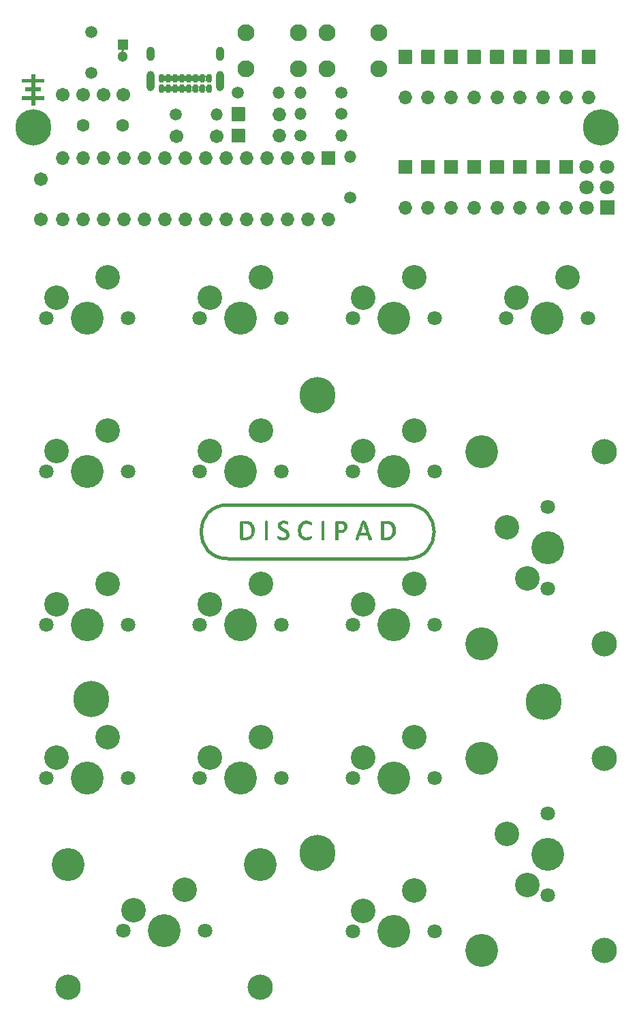
<source format=gbr>
%TF.GenerationSoftware,KiCad,Pcbnew,5.1.7-a382d34a8~88~ubuntu20.04.1*%
%TF.CreationDate,2021-03-29T23:27:39+02:00*%
%TF.ProjectId,discipad-pro,64697363-6970-4616-942d-70726f2e6b69,rev?*%
%TF.SameCoordinates,Original*%
%TF.FileFunction,Soldermask,Top*%
%TF.FilePolarity,Negative*%
%FSLAX46Y46*%
G04 Gerber Fmt 4.6, Leading zero omitted, Abs format (unit mm)*
G04 Created by KiCad (PCBNEW 5.1.7-a382d34a8~88~ubuntu20.04.1) date 2021-03-29 23:27:39*
%MOMM*%
%LPD*%
G01*
G04 APERTURE LIST*
%ADD10C,0.400000*%
%ADD11C,0.010000*%
%ADD12C,3.150000*%
%ADD13C,4.089800*%
%ADD14C,4.082180*%
%ADD15C,3.052000*%
%ADD16C,1.802000*%
%ADD17C,2.102000*%
%ADD18O,1.702000X1.702000*%
%ADD19C,1.502000*%
%ADD20C,4.502000*%
%ADD21C,1.702000*%
%ADD22C,1.302000*%
%ADD23O,1.502000X1.502000*%
%ADD24O,1.002000X1.802000*%
%ADD25O,1.002000X2.502000*%
%ADD26O,0.752000X1.102000*%
%ADD27C,1.602000*%
%ADD28C,0.150000*%
G04 APERTURE END LIST*
D10*
X132713559Y-82086019D02*
X154993559Y-82086019D01*
X132713559Y-75406019D02*
X154993559Y-75406019D01*
D11*
G36*
X152426051Y-77400161D02*
G01*
X152610739Y-77414266D01*
X152760563Y-77441191D01*
X152888668Y-77483730D01*
X153008198Y-77544676D01*
X153067267Y-77581873D01*
X153212403Y-77707878D01*
X153337652Y-77872665D01*
X153426374Y-78053527D01*
X153437470Y-78086985D01*
X153453057Y-78169518D01*
X153465423Y-78295095D01*
X153473120Y-78445212D01*
X153474954Y-78566019D01*
X153473350Y-78725384D01*
X153467325Y-78840477D01*
X153454104Y-78928580D01*
X153430911Y-79006978D01*
X153394971Y-79092951D01*
X153387795Y-79108690D01*
X153258773Y-79322782D01*
X153090386Y-79489609D01*
X152883784Y-79608274D01*
X152662450Y-79673858D01*
X152563370Y-79686602D01*
X152423048Y-79696848D01*
X152261802Y-79703398D01*
X152131322Y-79705171D01*
X151976353Y-79704773D01*
X151871798Y-79702097D01*
X151806495Y-79694916D01*
X151769282Y-79681004D01*
X151748998Y-79658137D01*
X151735282Y-79626197D01*
X151726851Y-79573408D01*
X151719805Y-79469027D01*
X151714139Y-79322014D01*
X151709843Y-79141329D01*
X151706911Y-78935930D01*
X151705334Y-78714777D01*
X151705105Y-78486831D01*
X151706217Y-78261051D01*
X151708662Y-78046396D01*
X151712432Y-77851826D01*
X151717519Y-77686301D01*
X151719722Y-77642383D01*
X152043923Y-77642383D01*
X152043923Y-79468088D01*
X152313317Y-79448368D01*
X152452720Y-79435316D01*
X152583410Y-79418187D01*
X152682117Y-79400159D01*
X152700164Y-79395577D01*
X152854592Y-79321217D01*
X152981409Y-79196173D01*
X153077401Y-79026298D01*
X153139351Y-78817447D01*
X153164045Y-78575472D01*
X153164337Y-78550625D01*
X153144865Y-78289561D01*
X153083627Y-78073670D01*
X152979931Y-77902250D01*
X152833089Y-77774602D01*
X152642409Y-77690025D01*
X152407201Y-77647819D01*
X152269244Y-77642383D01*
X152043923Y-77642383D01*
X151719722Y-77642383D01*
X151723917Y-77558781D01*
X151731617Y-77478224D01*
X151737127Y-77455631D01*
X151754702Y-77431749D01*
X151784282Y-77415236D01*
X151836125Y-77404753D01*
X151920488Y-77398960D01*
X152047630Y-77396519D01*
X152193357Y-77396080D01*
X152426051Y-77400161D01*
G37*
X152426051Y-77400161D02*
X152610739Y-77414266D01*
X152760563Y-77441191D01*
X152888668Y-77483730D01*
X153008198Y-77544676D01*
X153067267Y-77581873D01*
X153212403Y-77707878D01*
X153337652Y-77872665D01*
X153426374Y-78053527D01*
X153437470Y-78086985D01*
X153453057Y-78169518D01*
X153465423Y-78295095D01*
X153473120Y-78445212D01*
X153474954Y-78566019D01*
X153473350Y-78725384D01*
X153467325Y-78840477D01*
X153454104Y-78928580D01*
X153430911Y-79006978D01*
X153394971Y-79092951D01*
X153387795Y-79108690D01*
X153258773Y-79322782D01*
X153090386Y-79489609D01*
X152883784Y-79608274D01*
X152662450Y-79673858D01*
X152563370Y-79686602D01*
X152423048Y-79696848D01*
X152261802Y-79703398D01*
X152131322Y-79705171D01*
X151976353Y-79704773D01*
X151871798Y-79702097D01*
X151806495Y-79694916D01*
X151769282Y-79681004D01*
X151748998Y-79658137D01*
X151735282Y-79626197D01*
X151726851Y-79573408D01*
X151719805Y-79469027D01*
X151714139Y-79322014D01*
X151709843Y-79141329D01*
X151706911Y-78935930D01*
X151705334Y-78714777D01*
X151705105Y-78486831D01*
X151706217Y-78261051D01*
X151708662Y-78046396D01*
X151712432Y-77851826D01*
X151717519Y-77686301D01*
X151719722Y-77642383D01*
X152043923Y-77642383D01*
X152043923Y-79468088D01*
X152313317Y-79448368D01*
X152452720Y-79435316D01*
X152583410Y-79418187D01*
X152682117Y-79400159D01*
X152700164Y-79395577D01*
X152854592Y-79321217D01*
X152981409Y-79196173D01*
X153077401Y-79026298D01*
X153139351Y-78817447D01*
X153164045Y-78575472D01*
X153164337Y-78550625D01*
X153144865Y-78289561D01*
X153083627Y-78073670D01*
X152979931Y-77902250D01*
X152833089Y-77774602D01*
X152642409Y-77690025D01*
X152407201Y-77647819D01*
X152269244Y-77642383D01*
X152043923Y-77642383D01*
X151719722Y-77642383D01*
X151723917Y-77558781D01*
X151731617Y-77478224D01*
X151737127Y-77455631D01*
X151754702Y-77431749D01*
X151784282Y-77415236D01*
X151836125Y-77404753D01*
X151920488Y-77398960D01*
X152047630Y-77396519D01*
X152193357Y-77396080D01*
X152426051Y-77400161D01*
G36*
X149627074Y-77390772D02*
G01*
X149651118Y-77398802D01*
X149673371Y-77412715D01*
X149696217Y-77438008D01*
X149722038Y-77480179D01*
X149753217Y-77544724D01*
X149792136Y-77637138D01*
X149841178Y-77762920D01*
X149902726Y-77927566D01*
X149979163Y-78136572D01*
X150072870Y-78395435D01*
X150124066Y-78537299D01*
X150213490Y-78786735D01*
X150295356Y-79018067D01*
X150367482Y-79224904D01*
X150427689Y-79400859D01*
X150473796Y-79539542D01*
X150503622Y-79634565D01*
X150514987Y-79679539D01*
X150514794Y-79682080D01*
X150478465Y-79695596D01*
X150401805Y-79703908D01*
X150352888Y-79705171D01*
X150204881Y-79705171D01*
X150099321Y-79404989D01*
X149993762Y-79104807D01*
X149513869Y-79096347D01*
X149033977Y-79087886D01*
X148930283Y-79388831D01*
X148826590Y-79689777D01*
X148680347Y-79699161D01*
X148588051Y-79700511D01*
X148543629Y-79687018D01*
X148534105Y-79662737D01*
X148544116Y-79627581D01*
X148572308Y-79542304D01*
X148615917Y-79414690D01*
X148672178Y-79252524D01*
X148738329Y-79063589D01*
X148811606Y-78855669D01*
X148818783Y-78835413D01*
X149119092Y-78835413D01*
X149147929Y-78838329D01*
X149226685Y-78840738D01*
X149343700Y-78842407D01*
X149487317Y-78843103D01*
X149503923Y-78843110D01*
X149651176Y-78840986D01*
X149771939Y-78835170D01*
X149854849Y-78826498D01*
X149888541Y-78815806D01*
X149888771Y-78814811D01*
X149879085Y-78778037D01*
X149852144Y-78692784D01*
X149811123Y-78568661D01*
X149759199Y-78415277D01*
X149699546Y-78242240D01*
X149699307Y-78241553D01*
X149509843Y-77696595D01*
X149314476Y-78262155D01*
X149254207Y-78436999D01*
X149201483Y-78590673D01*
X149159367Y-78714185D01*
X149130926Y-78798539D01*
X149119225Y-78834743D01*
X149119092Y-78835413D01*
X148818783Y-78835413D01*
X148889245Y-78636549D01*
X148968482Y-78414012D01*
X149046553Y-78195841D01*
X149120696Y-77989822D01*
X149188145Y-77803738D01*
X149246139Y-77645373D01*
X149291912Y-77522510D01*
X149318678Y-77452985D01*
X149365645Y-77409059D01*
X149451850Y-77382973D01*
X149556484Y-77378924D01*
X149627074Y-77390772D01*
G37*
X149627074Y-77390772D02*
X149651118Y-77398802D01*
X149673371Y-77412715D01*
X149696217Y-77438008D01*
X149722038Y-77480179D01*
X149753217Y-77544724D01*
X149792136Y-77637138D01*
X149841178Y-77762920D01*
X149902726Y-77927566D01*
X149979163Y-78136572D01*
X150072870Y-78395435D01*
X150124066Y-78537299D01*
X150213490Y-78786735D01*
X150295356Y-79018067D01*
X150367482Y-79224904D01*
X150427689Y-79400859D01*
X150473796Y-79539542D01*
X150503622Y-79634565D01*
X150514987Y-79679539D01*
X150514794Y-79682080D01*
X150478465Y-79695596D01*
X150401805Y-79703908D01*
X150352888Y-79705171D01*
X150204881Y-79705171D01*
X150099321Y-79404989D01*
X149993762Y-79104807D01*
X149513869Y-79096347D01*
X149033977Y-79087886D01*
X148930283Y-79388831D01*
X148826590Y-79689777D01*
X148680347Y-79699161D01*
X148588051Y-79700511D01*
X148543629Y-79687018D01*
X148534105Y-79662737D01*
X148544116Y-79627581D01*
X148572308Y-79542304D01*
X148615917Y-79414690D01*
X148672178Y-79252524D01*
X148738329Y-79063589D01*
X148811606Y-78855669D01*
X148818783Y-78835413D01*
X149119092Y-78835413D01*
X149147929Y-78838329D01*
X149226685Y-78840738D01*
X149343700Y-78842407D01*
X149487317Y-78843103D01*
X149503923Y-78843110D01*
X149651176Y-78840986D01*
X149771939Y-78835170D01*
X149854849Y-78826498D01*
X149888541Y-78815806D01*
X149888771Y-78814811D01*
X149879085Y-78778037D01*
X149852144Y-78692784D01*
X149811123Y-78568661D01*
X149759199Y-78415277D01*
X149699546Y-78242240D01*
X149699307Y-78241553D01*
X149509843Y-77696595D01*
X149314476Y-78262155D01*
X149254207Y-78436999D01*
X149201483Y-78590673D01*
X149159367Y-78714185D01*
X149130926Y-78798539D01*
X149119225Y-78834743D01*
X149119092Y-78835413D01*
X148818783Y-78835413D01*
X148889245Y-78636549D01*
X148968482Y-78414012D01*
X149046553Y-78195841D01*
X149120696Y-77989822D01*
X149188145Y-77803738D01*
X149246139Y-77645373D01*
X149291912Y-77522510D01*
X149318678Y-77452985D01*
X149365645Y-77409059D01*
X149451850Y-77382973D01*
X149556484Y-77378924D01*
X149627074Y-77390772D01*
G36*
X146754301Y-77404113D02*
G01*
X146959200Y-77430214D01*
X147119943Y-77477390D01*
X147244305Y-77548644D01*
X147340058Y-77646982D01*
X147400178Y-77744988D01*
X147448436Y-77891210D01*
X147466767Y-78064874D01*
X147454785Y-78239483D01*
X147412101Y-78388540D01*
X147409673Y-78393759D01*
X147299090Y-78564555D01*
X147149978Y-78689999D01*
X146960363Y-78771143D01*
X146728270Y-78809038D01*
X146624224Y-78812322D01*
X146387857Y-78812322D01*
X146368230Y-79020140D01*
X146358029Y-79162583D01*
X146350852Y-79328349D01*
X146348384Y-79466565D01*
X146348165Y-79705171D01*
X146214751Y-79705171D01*
X146128356Y-79700804D01*
X146070365Y-79689841D01*
X146060812Y-79684645D01*
X146054435Y-79648295D01*
X146049280Y-79558964D01*
X146045309Y-79425236D01*
X146042485Y-79255693D01*
X146040772Y-79058917D01*
X146040132Y-78843492D01*
X146040529Y-78618000D01*
X146041925Y-78391023D01*
X146044284Y-78171145D01*
X146047570Y-77966947D01*
X146051744Y-77787013D01*
X146056686Y-77642383D01*
X146378953Y-77642383D01*
X146378953Y-78566019D01*
X146586771Y-78565971D01*
X146768907Y-78552298D01*
X146900159Y-78512092D01*
X147021545Y-78429282D01*
X147095527Y-78323085D01*
X147128760Y-78181514D01*
X147132178Y-78094141D01*
X147117267Y-77932880D01*
X147070429Y-77816613D01*
X146985312Y-77734325D01*
X146899894Y-77691175D01*
X146800556Y-77664445D01*
X146672146Y-77646759D01*
X146578451Y-77642383D01*
X146378953Y-77642383D01*
X146056686Y-77642383D01*
X146056770Y-77639925D01*
X146062612Y-77534266D01*
X146069231Y-77478618D01*
X146070312Y-77475054D01*
X146100338Y-77396080D01*
X146497472Y-77396080D01*
X146754301Y-77404113D01*
G37*
X146754301Y-77404113D02*
X146959200Y-77430214D01*
X147119943Y-77477390D01*
X147244305Y-77548644D01*
X147340058Y-77646982D01*
X147400178Y-77744988D01*
X147448436Y-77891210D01*
X147466767Y-78064874D01*
X147454785Y-78239483D01*
X147412101Y-78388540D01*
X147409673Y-78393759D01*
X147299090Y-78564555D01*
X147149978Y-78689999D01*
X146960363Y-78771143D01*
X146728270Y-78809038D01*
X146624224Y-78812322D01*
X146387857Y-78812322D01*
X146368230Y-79020140D01*
X146358029Y-79162583D01*
X146350852Y-79328349D01*
X146348384Y-79466565D01*
X146348165Y-79705171D01*
X146214751Y-79705171D01*
X146128356Y-79700804D01*
X146070365Y-79689841D01*
X146060812Y-79684645D01*
X146054435Y-79648295D01*
X146049280Y-79558964D01*
X146045309Y-79425236D01*
X146042485Y-79255693D01*
X146040772Y-79058917D01*
X146040132Y-78843492D01*
X146040529Y-78618000D01*
X146041925Y-78391023D01*
X146044284Y-78171145D01*
X146047570Y-77966947D01*
X146051744Y-77787013D01*
X146056686Y-77642383D01*
X146378953Y-77642383D01*
X146378953Y-78566019D01*
X146586771Y-78565971D01*
X146768907Y-78552298D01*
X146900159Y-78512092D01*
X147021545Y-78429282D01*
X147095527Y-78323085D01*
X147128760Y-78181514D01*
X147132178Y-78094141D01*
X147117267Y-77932880D01*
X147070429Y-77816613D01*
X146985312Y-77734325D01*
X146899894Y-77691175D01*
X146800556Y-77664445D01*
X146672146Y-77646759D01*
X146578451Y-77642383D01*
X146378953Y-77642383D01*
X146056686Y-77642383D01*
X146056770Y-77639925D01*
X146062612Y-77534266D01*
X146069231Y-77478618D01*
X146070312Y-77475054D01*
X146100338Y-77396080D01*
X146497472Y-77396080D01*
X146754301Y-77404113D01*
G36*
X144553593Y-77398558D02*
G01*
X144624804Y-77425632D01*
X144616727Y-78557705D01*
X144608650Y-79689777D01*
X144462408Y-79699161D01*
X144316165Y-79708544D01*
X144316165Y-77403258D01*
X144399274Y-77387371D01*
X144490190Y-77385089D01*
X144553593Y-77398558D01*
G37*
X144553593Y-77398558D02*
X144624804Y-77425632D01*
X144616727Y-78557705D01*
X144608650Y-79689777D01*
X144462408Y-79699161D01*
X144316165Y-79708544D01*
X144316165Y-77403258D01*
X144399274Y-77387371D01*
X144490190Y-77385089D01*
X144553593Y-77398558D01*
G36*
X137497021Y-77388615D02*
G01*
X137574362Y-77403400D01*
X137566294Y-78546588D01*
X137558226Y-79689777D01*
X137411983Y-79699161D01*
X137265741Y-79708544D01*
X137265741Y-77403258D01*
X137342711Y-77388544D01*
X137436888Y-77382758D01*
X137497021Y-77388615D01*
G37*
X137497021Y-77388615D02*
X137574362Y-77403400D01*
X137566294Y-78546588D01*
X137558226Y-79689777D01*
X137411983Y-79699161D01*
X137265741Y-79708544D01*
X137265741Y-77403258D01*
X137342711Y-77388544D01*
X137436888Y-77382758D01*
X137497021Y-77388615D01*
G36*
X134651971Y-77399504D02*
G01*
X134748269Y-77401682D01*
X134971468Y-77410427D01*
X135145503Y-77425978D01*
X135282703Y-77451941D01*
X135395397Y-77491915D01*
X135495914Y-77549506D01*
X135596583Y-77628314D01*
X135632447Y-77660051D01*
X135776840Y-77830661D01*
X135881990Y-78041598D01*
X135945284Y-78283695D01*
X135964108Y-78547782D01*
X135946473Y-78761563D01*
X135885164Y-79029381D01*
X135786848Y-79248994D01*
X135649298Y-79423012D01*
X135470287Y-79554041D01*
X135247591Y-79644689D01*
X135176705Y-79663284D01*
X135071199Y-79681000D01*
X134934695Y-79693851D01*
X134780707Y-79701769D01*
X134622749Y-79704681D01*
X134474336Y-79702519D01*
X134348979Y-79695211D01*
X134260195Y-79682689D01*
X134223899Y-79668225D01*
X134213313Y-79639956D01*
X134204729Y-79575604D01*
X134198006Y-79470958D01*
X134197906Y-79467956D01*
X134494832Y-79467956D01*
X134792859Y-79447007D01*
X134961050Y-79429528D01*
X135106634Y-79403707D01*
X135210808Y-79372937D01*
X135216193Y-79370628D01*
X135377628Y-79266720D01*
X135501126Y-79116133D01*
X135585177Y-78921834D01*
X135628266Y-78686792D01*
X135633983Y-78550625D01*
X135612087Y-78289484D01*
X135546293Y-78071374D01*
X135436449Y-77895988D01*
X135282401Y-77763019D01*
X135221262Y-77728100D01*
X135129579Y-77691770D01*
X135013101Y-77667461D01*
X134856060Y-77652241D01*
X134795014Y-77648828D01*
X134494832Y-77634150D01*
X134494832Y-79467956D01*
X134197906Y-79467956D01*
X134193006Y-79321806D01*
X134189590Y-79123935D01*
X134187619Y-78873133D01*
X134186955Y-78565189D01*
X134186953Y-78548237D01*
X134187276Y-78255397D01*
X134188406Y-78018246D01*
X134190581Y-77830901D01*
X134194042Y-77687479D01*
X134199027Y-77582097D01*
X134205776Y-77508870D01*
X134214529Y-77461916D01*
X134225524Y-77435351D01*
X134232572Y-77427335D01*
X134272360Y-77411797D01*
X134351196Y-77402195D01*
X134475570Y-77398205D01*
X134651971Y-77399504D01*
G37*
X134651971Y-77399504D02*
X134748269Y-77401682D01*
X134971468Y-77410427D01*
X135145503Y-77425978D01*
X135282703Y-77451941D01*
X135395397Y-77491915D01*
X135495914Y-77549506D01*
X135596583Y-77628314D01*
X135632447Y-77660051D01*
X135776840Y-77830661D01*
X135881990Y-78041598D01*
X135945284Y-78283695D01*
X135964108Y-78547782D01*
X135946473Y-78761563D01*
X135885164Y-79029381D01*
X135786848Y-79248994D01*
X135649298Y-79423012D01*
X135470287Y-79554041D01*
X135247591Y-79644689D01*
X135176705Y-79663284D01*
X135071199Y-79681000D01*
X134934695Y-79693851D01*
X134780707Y-79701769D01*
X134622749Y-79704681D01*
X134474336Y-79702519D01*
X134348979Y-79695211D01*
X134260195Y-79682689D01*
X134223899Y-79668225D01*
X134213313Y-79639956D01*
X134204729Y-79575604D01*
X134198006Y-79470958D01*
X134197906Y-79467956D01*
X134494832Y-79467956D01*
X134792859Y-79447007D01*
X134961050Y-79429528D01*
X135106634Y-79403707D01*
X135210808Y-79372937D01*
X135216193Y-79370628D01*
X135377628Y-79266720D01*
X135501126Y-79116133D01*
X135585177Y-78921834D01*
X135628266Y-78686792D01*
X135633983Y-78550625D01*
X135612087Y-78289484D01*
X135546293Y-78071374D01*
X135436449Y-77895988D01*
X135282401Y-77763019D01*
X135221262Y-77728100D01*
X135129579Y-77691770D01*
X135013101Y-77667461D01*
X134856060Y-77652241D01*
X134795014Y-77648828D01*
X134494832Y-77634150D01*
X134494832Y-79467956D01*
X134197906Y-79467956D01*
X134193006Y-79321806D01*
X134189590Y-79123935D01*
X134187619Y-78873133D01*
X134186955Y-78565189D01*
X134186953Y-78548237D01*
X134187276Y-78255397D01*
X134188406Y-78018246D01*
X134190581Y-77830901D01*
X134194042Y-77687479D01*
X134199027Y-77582097D01*
X134205776Y-77508870D01*
X134214529Y-77461916D01*
X134225524Y-77435351D01*
X134232572Y-77427335D01*
X134272360Y-77411797D01*
X134351196Y-77402195D01*
X134475570Y-77398205D01*
X134651971Y-77399504D01*
G36*
X142533601Y-77383592D02*
G01*
X142635915Y-77392905D01*
X142720984Y-77414284D01*
X142810930Y-77452093D01*
X142853741Y-77473049D01*
X142953007Y-77525186D01*
X143009508Y-77566147D01*
X143036481Y-77610352D01*
X143047166Y-77672220D01*
X143048266Y-77684925D01*
X143048619Y-77781078D01*
X143025298Y-77828234D01*
X142971599Y-77828830D01*
X142880823Y-77785304D01*
X142839997Y-77760686D01*
X142670941Y-77684604D01*
X142480587Y-77645656D01*
X142292527Y-77647045D01*
X142181926Y-77671350D01*
X142059050Y-77739137D01*
X141941317Y-77852071D01*
X141842156Y-77994283D01*
X141774992Y-78149903D01*
X141773924Y-78153538D01*
X141740024Y-78330524D01*
X141729119Y-78532847D01*
X141739980Y-78740254D01*
X141771378Y-78932493D01*
X141822085Y-79089310D01*
X141831929Y-79109802D01*
X141944717Y-79270178D01*
X142090966Y-79382224D01*
X142264180Y-79444463D01*
X142457863Y-79455417D01*
X142665519Y-79413607D01*
X142840825Y-79339357D01*
X142936717Y-79292096D01*
X143009633Y-79261771D01*
X143044490Y-79254616D01*
X143044976Y-79254992D01*
X143055535Y-79292722D01*
X143062431Y-79366546D01*
X143063033Y-79382653D01*
X143052010Y-79476798D01*
X143004497Y-79542118D01*
X142990774Y-79553241D01*
X142842689Y-79635506D01*
X142656830Y-79692664D01*
X142452731Y-79722122D01*
X142249931Y-79721290D01*
X142067965Y-79687574D01*
X142042422Y-79679074D01*
X141836067Y-79580919D01*
X141675133Y-79447094D01*
X141552405Y-79270206D01*
X141480743Y-79103849D01*
X141412968Y-78838979D01*
X141391228Y-78571754D01*
X141412955Y-78310989D01*
X141475583Y-78065498D01*
X141576545Y-77844095D01*
X141713273Y-77655596D01*
X141883200Y-77508815D01*
X141958121Y-77464674D01*
X142046045Y-77423652D01*
X142129380Y-77398885D01*
X142229064Y-77386384D01*
X142366035Y-77382156D01*
X142391923Y-77381985D01*
X142533601Y-77383592D01*
G37*
X142533601Y-77383592D02*
X142635915Y-77392905D01*
X142720984Y-77414284D01*
X142810930Y-77452093D01*
X142853741Y-77473049D01*
X142953007Y-77525186D01*
X143009508Y-77566147D01*
X143036481Y-77610352D01*
X143047166Y-77672220D01*
X143048266Y-77684925D01*
X143048619Y-77781078D01*
X143025298Y-77828234D01*
X142971599Y-77828830D01*
X142880823Y-77785304D01*
X142839997Y-77760686D01*
X142670941Y-77684604D01*
X142480587Y-77645656D01*
X142292527Y-77647045D01*
X142181926Y-77671350D01*
X142059050Y-77739137D01*
X141941317Y-77852071D01*
X141842156Y-77994283D01*
X141774992Y-78149903D01*
X141773924Y-78153538D01*
X141740024Y-78330524D01*
X141729119Y-78532847D01*
X141739980Y-78740254D01*
X141771378Y-78932493D01*
X141822085Y-79089310D01*
X141831929Y-79109802D01*
X141944717Y-79270178D01*
X142090966Y-79382224D01*
X142264180Y-79444463D01*
X142457863Y-79455417D01*
X142665519Y-79413607D01*
X142840825Y-79339357D01*
X142936717Y-79292096D01*
X143009633Y-79261771D01*
X143044490Y-79254616D01*
X143044976Y-79254992D01*
X143055535Y-79292722D01*
X143062431Y-79366546D01*
X143063033Y-79382653D01*
X143052010Y-79476798D01*
X143004497Y-79542118D01*
X142990774Y-79553241D01*
X142842689Y-79635506D01*
X142656830Y-79692664D01*
X142452731Y-79722122D01*
X142249931Y-79721290D01*
X142067965Y-79687574D01*
X142042422Y-79679074D01*
X141836067Y-79580919D01*
X141675133Y-79447094D01*
X141552405Y-79270206D01*
X141480743Y-79103849D01*
X141412968Y-78838979D01*
X141391228Y-78571754D01*
X141412955Y-78310989D01*
X141475583Y-78065498D01*
X141576545Y-77844095D01*
X141713273Y-77655596D01*
X141883200Y-77508815D01*
X141958121Y-77464674D01*
X142046045Y-77423652D01*
X142129380Y-77398885D01*
X142229064Y-77386384D01*
X142366035Y-77382156D01*
X142391923Y-77381985D01*
X142533601Y-77383592D01*
G36*
X139670907Y-77374276D02*
G01*
X139845860Y-77401340D01*
X139990423Y-77449818D01*
X139998165Y-77453668D01*
X140078158Y-77499261D01*
X140116541Y-77542488D01*
X140128356Y-77605116D01*
X140129014Y-77643008D01*
X140122265Y-77722314D01*
X140095761Y-77759486D01*
X140040111Y-77756771D01*
X139945926Y-77716421D01*
X139906750Y-77696262D01*
X139784868Y-77648315D01*
X139643765Y-77628437D01*
X139580003Y-77626989D01*
X139470049Y-77629606D01*
X139399989Y-77642548D01*
X139348204Y-77673448D01*
X139295216Y-77727535D01*
X139219541Y-77840986D01*
X139199908Y-77951298D01*
X139237398Y-78060373D01*
X139333090Y-78170110D01*
X139488063Y-78282409D01*
X139666498Y-78380942D01*
X139850556Y-78477526D01*
X139986334Y-78560352D01*
X140083240Y-78637190D01*
X140150683Y-78715809D01*
X140198073Y-78803980D01*
X140207650Y-78827795D01*
X140250671Y-79019484D01*
X140237336Y-79207462D01*
X140171683Y-79380958D01*
X140057747Y-79529202D01*
X139903478Y-79639425D01*
X139732985Y-79699957D01*
X139532764Y-79728695D01*
X139326545Y-79724410D01*
X139138052Y-79685875D01*
X139120639Y-79679930D01*
X138977873Y-79618898D01*
X138888464Y-79553537D01*
X138844287Y-79476135D01*
X138835923Y-79409731D01*
X138843359Y-79335549D01*
X138861407Y-79292964D01*
X138862887Y-79291898D01*
X138902305Y-79296063D01*
X138979018Y-79323230D01*
X139070705Y-79364794D01*
X139187287Y-79413738D01*
X139303215Y-79448387D01*
X139374711Y-79459594D01*
X139521342Y-79463347D01*
X139623510Y-79457048D01*
X139698034Y-79436635D01*
X139761735Y-79398044D01*
X139813890Y-79353476D01*
X139885442Y-79279701D01*
X139919358Y-79213941D01*
X139928641Y-79129178D01*
X139928716Y-79114870D01*
X139919514Y-79017639D01*
X139887095Y-78934975D01*
X139823812Y-78858876D01*
X139722018Y-78781343D01*
X139574067Y-78694376D01*
X139478545Y-78643901D01*
X139260963Y-78520587D01*
X139099222Y-78403038D01*
X138988396Y-78287078D01*
X138926224Y-78175746D01*
X138902134Y-78058599D01*
X138900739Y-77916333D01*
X138921131Y-77780700D01*
X138939094Y-77725580D01*
X139015197Y-77607429D01*
X139131539Y-77499269D01*
X139267238Y-77418556D01*
X139335822Y-77393947D01*
X139492063Y-77371015D01*
X139670907Y-77374276D01*
G37*
X139670907Y-77374276D02*
X139845860Y-77401340D01*
X139990423Y-77449818D01*
X139998165Y-77453668D01*
X140078158Y-77499261D01*
X140116541Y-77542488D01*
X140128356Y-77605116D01*
X140129014Y-77643008D01*
X140122265Y-77722314D01*
X140095761Y-77759486D01*
X140040111Y-77756771D01*
X139945926Y-77716421D01*
X139906750Y-77696262D01*
X139784868Y-77648315D01*
X139643765Y-77628437D01*
X139580003Y-77626989D01*
X139470049Y-77629606D01*
X139399989Y-77642548D01*
X139348204Y-77673448D01*
X139295216Y-77727535D01*
X139219541Y-77840986D01*
X139199908Y-77951298D01*
X139237398Y-78060373D01*
X139333090Y-78170110D01*
X139488063Y-78282409D01*
X139666498Y-78380942D01*
X139850556Y-78477526D01*
X139986334Y-78560352D01*
X140083240Y-78637190D01*
X140150683Y-78715809D01*
X140198073Y-78803980D01*
X140207650Y-78827795D01*
X140250671Y-79019484D01*
X140237336Y-79207462D01*
X140171683Y-79380958D01*
X140057747Y-79529202D01*
X139903478Y-79639425D01*
X139732985Y-79699957D01*
X139532764Y-79728695D01*
X139326545Y-79724410D01*
X139138052Y-79685875D01*
X139120639Y-79679930D01*
X138977873Y-79618898D01*
X138888464Y-79553537D01*
X138844287Y-79476135D01*
X138835923Y-79409731D01*
X138843359Y-79335549D01*
X138861407Y-79292964D01*
X138862887Y-79291898D01*
X138902305Y-79296063D01*
X138979018Y-79323230D01*
X139070705Y-79364794D01*
X139187287Y-79413738D01*
X139303215Y-79448387D01*
X139374711Y-79459594D01*
X139521342Y-79463347D01*
X139623510Y-79457048D01*
X139698034Y-79436635D01*
X139761735Y-79398044D01*
X139813890Y-79353476D01*
X139885442Y-79279701D01*
X139919358Y-79213941D01*
X139928641Y-79129178D01*
X139928716Y-79114870D01*
X139919514Y-79017639D01*
X139887095Y-78934975D01*
X139823812Y-78858876D01*
X139722018Y-78781343D01*
X139574067Y-78694376D01*
X139478545Y-78643901D01*
X139260963Y-78520587D01*
X139099222Y-78403038D01*
X138988396Y-78287078D01*
X138926224Y-78175746D01*
X138902134Y-78058599D01*
X138900739Y-77916333D01*
X138921131Y-77780700D01*
X138939094Y-77725580D01*
X139015197Y-77607429D01*
X139131539Y-77499269D01*
X139267238Y-77418556D01*
X139335822Y-77393947D01*
X139492063Y-77371015D01*
X139670907Y-77374276D01*
D10*
X154983559Y-75406019D02*
G75*
G02*
X154983559Y-82086019I0J-3340000D01*
G01*
X132683559Y-82086019D02*
G75*
G02*
X132683559Y-75406019I0J3340000D01*
G01*
D11*
G36*
X108672737Y-22441364D02*
G01*
X109242120Y-22443541D01*
X109811503Y-22445717D01*
X109811503Y-22852117D01*
X108672737Y-22856469D01*
X108672737Y-23516750D01*
X109392404Y-23516750D01*
X109392404Y-23948550D01*
X108672737Y-23948550D01*
X108672737Y-24625764D01*
X109242120Y-24627941D01*
X109811503Y-24630117D01*
X109813766Y-24843900D01*
X109816028Y-25057683D01*
X108672737Y-25057683D01*
X108672737Y-25675750D01*
X108232470Y-25675750D01*
X108232470Y-25057683D01*
X107097937Y-25057683D01*
X107097937Y-24625884D01*
X108232470Y-24625884D01*
X108232470Y-23948550D01*
X107521270Y-23948550D01*
X107521270Y-23516750D01*
X108232470Y-23516750D01*
X108232470Y-22856350D01*
X107097937Y-22856350D01*
X107097937Y-22441484D01*
X108232251Y-22441484D01*
X108236703Y-21853050D01*
X108454720Y-21850791D01*
X108672737Y-21848531D01*
X108672737Y-22441364D01*
G37*
X108672737Y-22441364D02*
X109242120Y-22443541D01*
X109811503Y-22445717D01*
X109811503Y-22852117D01*
X108672737Y-22856469D01*
X108672737Y-23516750D01*
X109392404Y-23516750D01*
X109392404Y-23948550D01*
X108672737Y-23948550D01*
X108672737Y-24625764D01*
X109242120Y-24627941D01*
X109811503Y-24630117D01*
X109813766Y-24843900D01*
X109816028Y-25057683D01*
X108672737Y-25057683D01*
X108672737Y-25675750D01*
X108232470Y-25675750D01*
X108232470Y-25057683D01*
X107097937Y-25057683D01*
X107097937Y-24625884D01*
X108232470Y-24625884D01*
X108232470Y-23948550D01*
X107521270Y-23948550D01*
X107521270Y-23516750D01*
X108232470Y-23516750D01*
X108232470Y-22856350D01*
X107097937Y-22856350D01*
X107097937Y-22441484D01*
X108232251Y-22441484D01*
X108236703Y-21853050D01*
X108454720Y-21850791D01*
X108672737Y-21848531D01*
X108672737Y-22441364D01*
D10*
X132713559Y-82086019D02*
X154993559Y-82086019D01*
X132713559Y-75406019D02*
X154993559Y-75406019D01*
D11*
G36*
X152426051Y-77400161D02*
G01*
X152610739Y-77414266D01*
X152760563Y-77441191D01*
X152888668Y-77483730D01*
X153008198Y-77544676D01*
X153067267Y-77581873D01*
X153212403Y-77707878D01*
X153337652Y-77872665D01*
X153426374Y-78053527D01*
X153437470Y-78086985D01*
X153453057Y-78169518D01*
X153465423Y-78295095D01*
X153473120Y-78445212D01*
X153474954Y-78566019D01*
X153473350Y-78725384D01*
X153467325Y-78840477D01*
X153454104Y-78928580D01*
X153430911Y-79006978D01*
X153394971Y-79092951D01*
X153387795Y-79108690D01*
X153258773Y-79322782D01*
X153090386Y-79489609D01*
X152883784Y-79608274D01*
X152662450Y-79673858D01*
X152563370Y-79686602D01*
X152423048Y-79696848D01*
X152261802Y-79703398D01*
X152131322Y-79705171D01*
X151976353Y-79704773D01*
X151871798Y-79702097D01*
X151806495Y-79694916D01*
X151769282Y-79681004D01*
X151748998Y-79658137D01*
X151735282Y-79626197D01*
X151726851Y-79573408D01*
X151719805Y-79469027D01*
X151714139Y-79322014D01*
X151709843Y-79141329D01*
X151706911Y-78935930D01*
X151705334Y-78714777D01*
X151705105Y-78486831D01*
X151706217Y-78261051D01*
X151708662Y-78046396D01*
X151712432Y-77851826D01*
X151717519Y-77686301D01*
X151719722Y-77642383D01*
X152043923Y-77642383D01*
X152043923Y-79468088D01*
X152313317Y-79448368D01*
X152452720Y-79435316D01*
X152583410Y-79418187D01*
X152682117Y-79400159D01*
X152700164Y-79395577D01*
X152854592Y-79321217D01*
X152981409Y-79196173D01*
X153077401Y-79026298D01*
X153139351Y-78817447D01*
X153164045Y-78575472D01*
X153164337Y-78550625D01*
X153144865Y-78289561D01*
X153083627Y-78073670D01*
X152979931Y-77902250D01*
X152833089Y-77774602D01*
X152642409Y-77690025D01*
X152407201Y-77647819D01*
X152269244Y-77642383D01*
X152043923Y-77642383D01*
X151719722Y-77642383D01*
X151723917Y-77558781D01*
X151731617Y-77478224D01*
X151737127Y-77455631D01*
X151754702Y-77431749D01*
X151784282Y-77415236D01*
X151836125Y-77404753D01*
X151920488Y-77398960D01*
X152047630Y-77396519D01*
X152193357Y-77396080D01*
X152426051Y-77400161D01*
G37*
X152426051Y-77400161D02*
X152610739Y-77414266D01*
X152760563Y-77441191D01*
X152888668Y-77483730D01*
X153008198Y-77544676D01*
X153067267Y-77581873D01*
X153212403Y-77707878D01*
X153337652Y-77872665D01*
X153426374Y-78053527D01*
X153437470Y-78086985D01*
X153453057Y-78169518D01*
X153465423Y-78295095D01*
X153473120Y-78445212D01*
X153474954Y-78566019D01*
X153473350Y-78725384D01*
X153467325Y-78840477D01*
X153454104Y-78928580D01*
X153430911Y-79006978D01*
X153394971Y-79092951D01*
X153387795Y-79108690D01*
X153258773Y-79322782D01*
X153090386Y-79489609D01*
X152883784Y-79608274D01*
X152662450Y-79673858D01*
X152563370Y-79686602D01*
X152423048Y-79696848D01*
X152261802Y-79703398D01*
X152131322Y-79705171D01*
X151976353Y-79704773D01*
X151871798Y-79702097D01*
X151806495Y-79694916D01*
X151769282Y-79681004D01*
X151748998Y-79658137D01*
X151735282Y-79626197D01*
X151726851Y-79573408D01*
X151719805Y-79469027D01*
X151714139Y-79322014D01*
X151709843Y-79141329D01*
X151706911Y-78935930D01*
X151705334Y-78714777D01*
X151705105Y-78486831D01*
X151706217Y-78261051D01*
X151708662Y-78046396D01*
X151712432Y-77851826D01*
X151717519Y-77686301D01*
X151719722Y-77642383D01*
X152043923Y-77642383D01*
X152043923Y-79468088D01*
X152313317Y-79448368D01*
X152452720Y-79435316D01*
X152583410Y-79418187D01*
X152682117Y-79400159D01*
X152700164Y-79395577D01*
X152854592Y-79321217D01*
X152981409Y-79196173D01*
X153077401Y-79026298D01*
X153139351Y-78817447D01*
X153164045Y-78575472D01*
X153164337Y-78550625D01*
X153144865Y-78289561D01*
X153083627Y-78073670D01*
X152979931Y-77902250D01*
X152833089Y-77774602D01*
X152642409Y-77690025D01*
X152407201Y-77647819D01*
X152269244Y-77642383D01*
X152043923Y-77642383D01*
X151719722Y-77642383D01*
X151723917Y-77558781D01*
X151731617Y-77478224D01*
X151737127Y-77455631D01*
X151754702Y-77431749D01*
X151784282Y-77415236D01*
X151836125Y-77404753D01*
X151920488Y-77398960D01*
X152047630Y-77396519D01*
X152193357Y-77396080D01*
X152426051Y-77400161D01*
G36*
X149627074Y-77390772D02*
G01*
X149651118Y-77398802D01*
X149673371Y-77412715D01*
X149696217Y-77438008D01*
X149722038Y-77480179D01*
X149753217Y-77544724D01*
X149792136Y-77637138D01*
X149841178Y-77762920D01*
X149902726Y-77927566D01*
X149979163Y-78136572D01*
X150072870Y-78395435D01*
X150124066Y-78537299D01*
X150213490Y-78786735D01*
X150295356Y-79018067D01*
X150367482Y-79224904D01*
X150427689Y-79400859D01*
X150473796Y-79539542D01*
X150503622Y-79634565D01*
X150514987Y-79679539D01*
X150514794Y-79682080D01*
X150478465Y-79695596D01*
X150401805Y-79703908D01*
X150352888Y-79705171D01*
X150204881Y-79705171D01*
X150099321Y-79404989D01*
X149993762Y-79104807D01*
X149513869Y-79096347D01*
X149033977Y-79087886D01*
X148930283Y-79388831D01*
X148826590Y-79689777D01*
X148680347Y-79699161D01*
X148588051Y-79700511D01*
X148543629Y-79687018D01*
X148534105Y-79662737D01*
X148544116Y-79627581D01*
X148572308Y-79542304D01*
X148615917Y-79414690D01*
X148672178Y-79252524D01*
X148738329Y-79063589D01*
X148811606Y-78855669D01*
X148818783Y-78835413D01*
X149119092Y-78835413D01*
X149147929Y-78838329D01*
X149226685Y-78840738D01*
X149343700Y-78842407D01*
X149487317Y-78843103D01*
X149503923Y-78843110D01*
X149651176Y-78840986D01*
X149771939Y-78835170D01*
X149854849Y-78826498D01*
X149888541Y-78815806D01*
X149888771Y-78814811D01*
X149879085Y-78778037D01*
X149852144Y-78692784D01*
X149811123Y-78568661D01*
X149759199Y-78415277D01*
X149699546Y-78242240D01*
X149699307Y-78241553D01*
X149509843Y-77696595D01*
X149314476Y-78262155D01*
X149254207Y-78436999D01*
X149201483Y-78590673D01*
X149159367Y-78714185D01*
X149130926Y-78798539D01*
X149119225Y-78834743D01*
X149119092Y-78835413D01*
X148818783Y-78835413D01*
X148889245Y-78636549D01*
X148968482Y-78414012D01*
X149046553Y-78195841D01*
X149120696Y-77989822D01*
X149188145Y-77803738D01*
X149246139Y-77645373D01*
X149291912Y-77522510D01*
X149318678Y-77452985D01*
X149365645Y-77409059D01*
X149451850Y-77382973D01*
X149556484Y-77378924D01*
X149627074Y-77390772D01*
G37*
X149627074Y-77390772D02*
X149651118Y-77398802D01*
X149673371Y-77412715D01*
X149696217Y-77438008D01*
X149722038Y-77480179D01*
X149753217Y-77544724D01*
X149792136Y-77637138D01*
X149841178Y-77762920D01*
X149902726Y-77927566D01*
X149979163Y-78136572D01*
X150072870Y-78395435D01*
X150124066Y-78537299D01*
X150213490Y-78786735D01*
X150295356Y-79018067D01*
X150367482Y-79224904D01*
X150427689Y-79400859D01*
X150473796Y-79539542D01*
X150503622Y-79634565D01*
X150514987Y-79679539D01*
X150514794Y-79682080D01*
X150478465Y-79695596D01*
X150401805Y-79703908D01*
X150352888Y-79705171D01*
X150204881Y-79705171D01*
X150099321Y-79404989D01*
X149993762Y-79104807D01*
X149513869Y-79096347D01*
X149033977Y-79087886D01*
X148930283Y-79388831D01*
X148826590Y-79689777D01*
X148680347Y-79699161D01*
X148588051Y-79700511D01*
X148543629Y-79687018D01*
X148534105Y-79662737D01*
X148544116Y-79627581D01*
X148572308Y-79542304D01*
X148615917Y-79414690D01*
X148672178Y-79252524D01*
X148738329Y-79063589D01*
X148811606Y-78855669D01*
X148818783Y-78835413D01*
X149119092Y-78835413D01*
X149147929Y-78838329D01*
X149226685Y-78840738D01*
X149343700Y-78842407D01*
X149487317Y-78843103D01*
X149503923Y-78843110D01*
X149651176Y-78840986D01*
X149771939Y-78835170D01*
X149854849Y-78826498D01*
X149888541Y-78815806D01*
X149888771Y-78814811D01*
X149879085Y-78778037D01*
X149852144Y-78692784D01*
X149811123Y-78568661D01*
X149759199Y-78415277D01*
X149699546Y-78242240D01*
X149699307Y-78241553D01*
X149509843Y-77696595D01*
X149314476Y-78262155D01*
X149254207Y-78436999D01*
X149201483Y-78590673D01*
X149159367Y-78714185D01*
X149130926Y-78798539D01*
X149119225Y-78834743D01*
X149119092Y-78835413D01*
X148818783Y-78835413D01*
X148889245Y-78636549D01*
X148968482Y-78414012D01*
X149046553Y-78195841D01*
X149120696Y-77989822D01*
X149188145Y-77803738D01*
X149246139Y-77645373D01*
X149291912Y-77522510D01*
X149318678Y-77452985D01*
X149365645Y-77409059D01*
X149451850Y-77382973D01*
X149556484Y-77378924D01*
X149627074Y-77390772D01*
G36*
X146754301Y-77404113D02*
G01*
X146959200Y-77430214D01*
X147119943Y-77477390D01*
X147244305Y-77548644D01*
X147340058Y-77646982D01*
X147400178Y-77744988D01*
X147448436Y-77891210D01*
X147466767Y-78064874D01*
X147454785Y-78239483D01*
X147412101Y-78388540D01*
X147409673Y-78393759D01*
X147299090Y-78564555D01*
X147149978Y-78689999D01*
X146960363Y-78771143D01*
X146728270Y-78809038D01*
X146624224Y-78812322D01*
X146387857Y-78812322D01*
X146368230Y-79020140D01*
X146358029Y-79162583D01*
X146350852Y-79328349D01*
X146348384Y-79466565D01*
X146348165Y-79705171D01*
X146214751Y-79705171D01*
X146128356Y-79700804D01*
X146070365Y-79689841D01*
X146060812Y-79684645D01*
X146054435Y-79648295D01*
X146049280Y-79558964D01*
X146045309Y-79425236D01*
X146042485Y-79255693D01*
X146040772Y-79058917D01*
X146040132Y-78843492D01*
X146040529Y-78618000D01*
X146041925Y-78391023D01*
X146044284Y-78171145D01*
X146047570Y-77966947D01*
X146051744Y-77787013D01*
X146056686Y-77642383D01*
X146378953Y-77642383D01*
X146378953Y-78566019D01*
X146586771Y-78565971D01*
X146768907Y-78552298D01*
X146900159Y-78512092D01*
X147021545Y-78429282D01*
X147095527Y-78323085D01*
X147128760Y-78181514D01*
X147132178Y-78094141D01*
X147117267Y-77932880D01*
X147070429Y-77816613D01*
X146985312Y-77734325D01*
X146899894Y-77691175D01*
X146800556Y-77664445D01*
X146672146Y-77646759D01*
X146578451Y-77642383D01*
X146378953Y-77642383D01*
X146056686Y-77642383D01*
X146056770Y-77639925D01*
X146062612Y-77534266D01*
X146069231Y-77478618D01*
X146070312Y-77475054D01*
X146100338Y-77396080D01*
X146497472Y-77396080D01*
X146754301Y-77404113D01*
G37*
X146754301Y-77404113D02*
X146959200Y-77430214D01*
X147119943Y-77477390D01*
X147244305Y-77548644D01*
X147340058Y-77646982D01*
X147400178Y-77744988D01*
X147448436Y-77891210D01*
X147466767Y-78064874D01*
X147454785Y-78239483D01*
X147412101Y-78388540D01*
X147409673Y-78393759D01*
X147299090Y-78564555D01*
X147149978Y-78689999D01*
X146960363Y-78771143D01*
X146728270Y-78809038D01*
X146624224Y-78812322D01*
X146387857Y-78812322D01*
X146368230Y-79020140D01*
X146358029Y-79162583D01*
X146350852Y-79328349D01*
X146348384Y-79466565D01*
X146348165Y-79705171D01*
X146214751Y-79705171D01*
X146128356Y-79700804D01*
X146070365Y-79689841D01*
X146060812Y-79684645D01*
X146054435Y-79648295D01*
X146049280Y-79558964D01*
X146045309Y-79425236D01*
X146042485Y-79255693D01*
X146040772Y-79058917D01*
X146040132Y-78843492D01*
X146040529Y-78618000D01*
X146041925Y-78391023D01*
X146044284Y-78171145D01*
X146047570Y-77966947D01*
X146051744Y-77787013D01*
X146056686Y-77642383D01*
X146378953Y-77642383D01*
X146378953Y-78566019D01*
X146586771Y-78565971D01*
X146768907Y-78552298D01*
X146900159Y-78512092D01*
X147021545Y-78429282D01*
X147095527Y-78323085D01*
X147128760Y-78181514D01*
X147132178Y-78094141D01*
X147117267Y-77932880D01*
X147070429Y-77816613D01*
X146985312Y-77734325D01*
X146899894Y-77691175D01*
X146800556Y-77664445D01*
X146672146Y-77646759D01*
X146578451Y-77642383D01*
X146378953Y-77642383D01*
X146056686Y-77642383D01*
X146056770Y-77639925D01*
X146062612Y-77534266D01*
X146069231Y-77478618D01*
X146070312Y-77475054D01*
X146100338Y-77396080D01*
X146497472Y-77396080D01*
X146754301Y-77404113D01*
G36*
X144553593Y-77398558D02*
G01*
X144624804Y-77425632D01*
X144616727Y-78557705D01*
X144608650Y-79689777D01*
X144462408Y-79699161D01*
X144316165Y-79708544D01*
X144316165Y-77403258D01*
X144399274Y-77387371D01*
X144490190Y-77385089D01*
X144553593Y-77398558D01*
G37*
X144553593Y-77398558D02*
X144624804Y-77425632D01*
X144616727Y-78557705D01*
X144608650Y-79689777D01*
X144462408Y-79699161D01*
X144316165Y-79708544D01*
X144316165Y-77403258D01*
X144399274Y-77387371D01*
X144490190Y-77385089D01*
X144553593Y-77398558D01*
G36*
X137497021Y-77388615D02*
G01*
X137574362Y-77403400D01*
X137566294Y-78546588D01*
X137558226Y-79689777D01*
X137411983Y-79699161D01*
X137265741Y-79708544D01*
X137265741Y-77403258D01*
X137342711Y-77388544D01*
X137436888Y-77382758D01*
X137497021Y-77388615D01*
G37*
X137497021Y-77388615D02*
X137574362Y-77403400D01*
X137566294Y-78546588D01*
X137558226Y-79689777D01*
X137411983Y-79699161D01*
X137265741Y-79708544D01*
X137265741Y-77403258D01*
X137342711Y-77388544D01*
X137436888Y-77382758D01*
X137497021Y-77388615D01*
G36*
X134651971Y-77399504D02*
G01*
X134748269Y-77401682D01*
X134971468Y-77410427D01*
X135145503Y-77425978D01*
X135282703Y-77451941D01*
X135395397Y-77491915D01*
X135495914Y-77549506D01*
X135596583Y-77628314D01*
X135632447Y-77660051D01*
X135776840Y-77830661D01*
X135881990Y-78041598D01*
X135945284Y-78283695D01*
X135964108Y-78547782D01*
X135946473Y-78761563D01*
X135885164Y-79029381D01*
X135786848Y-79248994D01*
X135649298Y-79423012D01*
X135470287Y-79554041D01*
X135247591Y-79644689D01*
X135176705Y-79663284D01*
X135071199Y-79681000D01*
X134934695Y-79693851D01*
X134780707Y-79701769D01*
X134622749Y-79704681D01*
X134474336Y-79702519D01*
X134348979Y-79695211D01*
X134260195Y-79682689D01*
X134223899Y-79668225D01*
X134213313Y-79639956D01*
X134204729Y-79575604D01*
X134198006Y-79470958D01*
X134197906Y-79467956D01*
X134494832Y-79467956D01*
X134792859Y-79447007D01*
X134961050Y-79429528D01*
X135106634Y-79403707D01*
X135210808Y-79372937D01*
X135216193Y-79370628D01*
X135377628Y-79266720D01*
X135501126Y-79116133D01*
X135585177Y-78921834D01*
X135628266Y-78686792D01*
X135633983Y-78550625D01*
X135612087Y-78289484D01*
X135546293Y-78071374D01*
X135436449Y-77895988D01*
X135282401Y-77763019D01*
X135221262Y-77728100D01*
X135129579Y-77691770D01*
X135013101Y-77667461D01*
X134856060Y-77652241D01*
X134795014Y-77648828D01*
X134494832Y-77634150D01*
X134494832Y-79467956D01*
X134197906Y-79467956D01*
X134193006Y-79321806D01*
X134189590Y-79123935D01*
X134187619Y-78873133D01*
X134186955Y-78565189D01*
X134186953Y-78548237D01*
X134187276Y-78255397D01*
X134188406Y-78018246D01*
X134190581Y-77830901D01*
X134194042Y-77687479D01*
X134199027Y-77582097D01*
X134205776Y-77508870D01*
X134214529Y-77461916D01*
X134225524Y-77435351D01*
X134232572Y-77427335D01*
X134272360Y-77411797D01*
X134351196Y-77402195D01*
X134475570Y-77398205D01*
X134651971Y-77399504D01*
G37*
X134651971Y-77399504D02*
X134748269Y-77401682D01*
X134971468Y-77410427D01*
X135145503Y-77425978D01*
X135282703Y-77451941D01*
X135395397Y-77491915D01*
X135495914Y-77549506D01*
X135596583Y-77628314D01*
X135632447Y-77660051D01*
X135776840Y-77830661D01*
X135881990Y-78041598D01*
X135945284Y-78283695D01*
X135964108Y-78547782D01*
X135946473Y-78761563D01*
X135885164Y-79029381D01*
X135786848Y-79248994D01*
X135649298Y-79423012D01*
X135470287Y-79554041D01*
X135247591Y-79644689D01*
X135176705Y-79663284D01*
X135071199Y-79681000D01*
X134934695Y-79693851D01*
X134780707Y-79701769D01*
X134622749Y-79704681D01*
X134474336Y-79702519D01*
X134348979Y-79695211D01*
X134260195Y-79682689D01*
X134223899Y-79668225D01*
X134213313Y-79639956D01*
X134204729Y-79575604D01*
X134198006Y-79470958D01*
X134197906Y-79467956D01*
X134494832Y-79467956D01*
X134792859Y-79447007D01*
X134961050Y-79429528D01*
X135106634Y-79403707D01*
X135210808Y-79372937D01*
X135216193Y-79370628D01*
X135377628Y-79266720D01*
X135501126Y-79116133D01*
X135585177Y-78921834D01*
X135628266Y-78686792D01*
X135633983Y-78550625D01*
X135612087Y-78289484D01*
X135546293Y-78071374D01*
X135436449Y-77895988D01*
X135282401Y-77763019D01*
X135221262Y-77728100D01*
X135129579Y-77691770D01*
X135013101Y-77667461D01*
X134856060Y-77652241D01*
X134795014Y-77648828D01*
X134494832Y-77634150D01*
X134494832Y-79467956D01*
X134197906Y-79467956D01*
X134193006Y-79321806D01*
X134189590Y-79123935D01*
X134187619Y-78873133D01*
X134186955Y-78565189D01*
X134186953Y-78548237D01*
X134187276Y-78255397D01*
X134188406Y-78018246D01*
X134190581Y-77830901D01*
X134194042Y-77687479D01*
X134199027Y-77582097D01*
X134205776Y-77508870D01*
X134214529Y-77461916D01*
X134225524Y-77435351D01*
X134232572Y-77427335D01*
X134272360Y-77411797D01*
X134351196Y-77402195D01*
X134475570Y-77398205D01*
X134651971Y-77399504D01*
G36*
X142533601Y-77383592D02*
G01*
X142635915Y-77392905D01*
X142720984Y-77414284D01*
X142810930Y-77452093D01*
X142853741Y-77473049D01*
X142953007Y-77525186D01*
X143009508Y-77566147D01*
X143036481Y-77610352D01*
X143047166Y-77672220D01*
X143048266Y-77684925D01*
X143048619Y-77781078D01*
X143025298Y-77828234D01*
X142971599Y-77828830D01*
X142880823Y-77785304D01*
X142839997Y-77760686D01*
X142670941Y-77684604D01*
X142480587Y-77645656D01*
X142292527Y-77647045D01*
X142181926Y-77671350D01*
X142059050Y-77739137D01*
X141941317Y-77852071D01*
X141842156Y-77994283D01*
X141774992Y-78149903D01*
X141773924Y-78153538D01*
X141740024Y-78330524D01*
X141729119Y-78532847D01*
X141739980Y-78740254D01*
X141771378Y-78932493D01*
X141822085Y-79089310D01*
X141831929Y-79109802D01*
X141944717Y-79270178D01*
X142090966Y-79382224D01*
X142264180Y-79444463D01*
X142457863Y-79455417D01*
X142665519Y-79413607D01*
X142840825Y-79339357D01*
X142936717Y-79292096D01*
X143009633Y-79261771D01*
X143044490Y-79254616D01*
X143044976Y-79254992D01*
X143055535Y-79292722D01*
X143062431Y-79366546D01*
X143063033Y-79382653D01*
X143052010Y-79476798D01*
X143004497Y-79542118D01*
X142990774Y-79553241D01*
X142842689Y-79635506D01*
X142656830Y-79692664D01*
X142452731Y-79722122D01*
X142249931Y-79721290D01*
X142067965Y-79687574D01*
X142042422Y-79679074D01*
X141836067Y-79580919D01*
X141675133Y-79447094D01*
X141552405Y-79270206D01*
X141480743Y-79103849D01*
X141412968Y-78838979D01*
X141391228Y-78571754D01*
X141412955Y-78310989D01*
X141475583Y-78065498D01*
X141576545Y-77844095D01*
X141713273Y-77655596D01*
X141883200Y-77508815D01*
X141958121Y-77464674D01*
X142046045Y-77423652D01*
X142129380Y-77398885D01*
X142229064Y-77386384D01*
X142366035Y-77382156D01*
X142391923Y-77381985D01*
X142533601Y-77383592D01*
G37*
X142533601Y-77383592D02*
X142635915Y-77392905D01*
X142720984Y-77414284D01*
X142810930Y-77452093D01*
X142853741Y-77473049D01*
X142953007Y-77525186D01*
X143009508Y-77566147D01*
X143036481Y-77610352D01*
X143047166Y-77672220D01*
X143048266Y-77684925D01*
X143048619Y-77781078D01*
X143025298Y-77828234D01*
X142971599Y-77828830D01*
X142880823Y-77785304D01*
X142839997Y-77760686D01*
X142670941Y-77684604D01*
X142480587Y-77645656D01*
X142292527Y-77647045D01*
X142181926Y-77671350D01*
X142059050Y-77739137D01*
X141941317Y-77852071D01*
X141842156Y-77994283D01*
X141774992Y-78149903D01*
X141773924Y-78153538D01*
X141740024Y-78330524D01*
X141729119Y-78532847D01*
X141739980Y-78740254D01*
X141771378Y-78932493D01*
X141822085Y-79089310D01*
X141831929Y-79109802D01*
X141944717Y-79270178D01*
X142090966Y-79382224D01*
X142264180Y-79444463D01*
X142457863Y-79455417D01*
X142665519Y-79413607D01*
X142840825Y-79339357D01*
X142936717Y-79292096D01*
X143009633Y-79261771D01*
X143044490Y-79254616D01*
X143044976Y-79254992D01*
X143055535Y-79292722D01*
X143062431Y-79366546D01*
X143063033Y-79382653D01*
X143052010Y-79476798D01*
X143004497Y-79542118D01*
X142990774Y-79553241D01*
X142842689Y-79635506D01*
X142656830Y-79692664D01*
X142452731Y-79722122D01*
X142249931Y-79721290D01*
X142067965Y-79687574D01*
X142042422Y-79679074D01*
X141836067Y-79580919D01*
X141675133Y-79447094D01*
X141552405Y-79270206D01*
X141480743Y-79103849D01*
X141412968Y-78838979D01*
X141391228Y-78571754D01*
X141412955Y-78310989D01*
X141475583Y-78065498D01*
X141576545Y-77844095D01*
X141713273Y-77655596D01*
X141883200Y-77508815D01*
X141958121Y-77464674D01*
X142046045Y-77423652D01*
X142129380Y-77398885D01*
X142229064Y-77386384D01*
X142366035Y-77382156D01*
X142391923Y-77381985D01*
X142533601Y-77383592D01*
G36*
X139670907Y-77374276D02*
G01*
X139845860Y-77401340D01*
X139990423Y-77449818D01*
X139998165Y-77453668D01*
X140078158Y-77499261D01*
X140116541Y-77542488D01*
X140128356Y-77605116D01*
X140129014Y-77643008D01*
X140122265Y-77722314D01*
X140095761Y-77759486D01*
X140040111Y-77756771D01*
X139945926Y-77716421D01*
X139906750Y-77696262D01*
X139784868Y-77648315D01*
X139643765Y-77628437D01*
X139580003Y-77626989D01*
X139470049Y-77629606D01*
X139399989Y-77642548D01*
X139348204Y-77673448D01*
X139295216Y-77727535D01*
X139219541Y-77840986D01*
X139199908Y-77951298D01*
X139237398Y-78060373D01*
X139333090Y-78170110D01*
X139488063Y-78282409D01*
X139666498Y-78380942D01*
X139850556Y-78477526D01*
X139986334Y-78560352D01*
X140083240Y-78637190D01*
X140150683Y-78715809D01*
X140198073Y-78803980D01*
X140207650Y-78827795D01*
X140250671Y-79019484D01*
X140237336Y-79207462D01*
X140171683Y-79380958D01*
X140057747Y-79529202D01*
X139903478Y-79639425D01*
X139732985Y-79699957D01*
X139532764Y-79728695D01*
X139326545Y-79724410D01*
X139138052Y-79685875D01*
X139120639Y-79679930D01*
X138977873Y-79618898D01*
X138888464Y-79553537D01*
X138844287Y-79476135D01*
X138835923Y-79409731D01*
X138843359Y-79335549D01*
X138861407Y-79292964D01*
X138862887Y-79291898D01*
X138902305Y-79296063D01*
X138979018Y-79323230D01*
X139070705Y-79364794D01*
X139187287Y-79413738D01*
X139303215Y-79448387D01*
X139374711Y-79459594D01*
X139521342Y-79463347D01*
X139623510Y-79457048D01*
X139698034Y-79436635D01*
X139761735Y-79398044D01*
X139813890Y-79353476D01*
X139885442Y-79279701D01*
X139919358Y-79213941D01*
X139928641Y-79129178D01*
X139928716Y-79114870D01*
X139919514Y-79017639D01*
X139887095Y-78934975D01*
X139823812Y-78858876D01*
X139722018Y-78781343D01*
X139574067Y-78694376D01*
X139478545Y-78643901D01*
X139260963Y-78520587D01*
X139099222Y-78403038D01*
X138988396Y-78287078D01*
X138926224Y-78175746D01*
X138902134Y-78058599D01*
X138900739Y-77916333D01*
X138921131Y-77780700D01*
X138939094Y-77725580D01*
X139015197Y-77607429D01*
X139131539Y-77499269D01*
X139267238Y-77418556D01*
X139335822Y-77393947D01*
X139492063Y-77371015D01*
X139670907Y-77374276D01*
G37*
X139670907Y-77374276D02*
X139845860Y-77401340D01*
X139990423Y-77449818D01*
X139998165Y-77453668D01*
X140078158Y-77499261D01*
X140116541Y-77542488D01*
X140128356Y-77605116D01*
X140129014Y-77643008D01*
X140122265Y-77722314D01*
X140095761Y-77759486D01*
X140040111Y-77756771D01*
X139945926Y-77716421D01*
X139906750Y-77696262D01*
X139784868Y-77648315D01*
X139643765Y-77628437D01*
X139580003Y-77626989D01*
X139470049Y-77629606D01*
X139399989Y-77642548D01*
X139348204Y-77673448D01*
X139295216Y-77727535D01*
X139219541Y-77840986D01*
X139199908Y-77951298D01*
X139237398Y-78060373D01*
X139333090Y-78170110D01*
X139488063Y-78282409D01*
X139666498Y-78380942D01*
X139850556Y-78477526D01*
X139986334Y-78560352D01*
X140083240Y-78637190D01*
X140150683Y-78715809D01*
X140198073Y-78803980D01*
X140207650Y-78827795D01*
X140250671Y-79019484D01*
X140237336Y-79207462D01*
X140171683Y-79380958D01*
X140057747Y-79529202D01*
X139903478Y-79639425D01*
X139732985Y-79699957D01*
X139532764Y-79728695D01*
X139326545Y-79724410D01*
X139138052Y-79685875D01*
X139120639Y-79679930D01*
X138977873Y-79618898D01*
X138888464Y-79553537D01*
X138844287Y-79476135D01*
X138835923Y-79409731D01*
X138843359Y-79335549D01*
X138861407Y-79292964D01*
X138862887Y-79291898D01*
X138902305Y-79296063D01*
X138979018Y-79323230D01*
X139070705Y-79364794D01*
X139187287Y-79413738D01*
X139303215Y-79448387D01*
X139374711Y-79459594D01*
X139521342Y-79463347D01*
X139623510Y-79457048D01*
X139698034Y-79436635D01*
X139761735Y-79398044D01*
X139813890Y-79353476D01*
X139885442Y-79279701D01*
X139919358Y-79213941D01*
X139928641Y-79129178D01*
X139928716Y-79114870D01*
X139919514Y-79017639D01*
X139887095Y-78934975D01*
X139823812Y-78858876D01*
X139722018Y-78781343D01*
X139574067Y-78694376D01*
X139478545Y-78643901D01*
X139260963Y-78520587D01*
X139099222Y-78403038D01*
X138988396Y-78287078D01*
X138926224Y-78175746D01*
X138902134Y-78058599D01*
X138900739Y-77916333D01*
X138921131Y-77780700D01*
X138939094Y-77725580D01*
X139015197Y-77607429D01*
X139131539Y-77499269D01*
X139267238Y-77418556D01*
X139335822Y-77393947D01*
X139492063Y-77371015D01*
X139670907Y-77374276D01*
D10*
X154983559Y-75406019D02*
G75*
G02*
X154983559Y-82086019I0J-3340000D01*
G01*
X132683559Y-82086019D02*
G75*
G02*
X132683559Y-75406019I0J3340000D01*
G01*
D11*
G36*
X108672737Y-22441364D02*
G01*
X109242120Y-22443541D01*
X109811503Y-22445717D01*
X109811503Y-22852117D01*
X108672737Y-22856469D01*
X108672737Y-23516750D01*
X109392404Y-23516750D01*
X109392404Y-23948550D01*
X108672737Y-23948550D01*
X108672737Y-24625764D01*
X109242120Y-24627941D01*
X109811503Y-24630117D01*
X109813766Y-24843900D01*
X109816028Y-25057683D01*
X108672737Y-25057683D01*
X108672737Y-25675750D01*
X108232470Y-25675750D01*
X108232470Y-25057683D01*
X107097937Y-25057683D01*
X107097937Y-24625884D01*
X108232470Y-24625884D01*
X108232470Y-23948550D01*
X107521270Y-23948550D01*
X107521270Y-23516750D01*
X108232470Y-23516750D01*
X108232470Y-22856350D01*
X107097937Y-22856350D01*
X107097937Y-22441484D01*
X108232251Y-22441484D01*
X108236703Y-21853050D01*
X108454720Y-21850791D01*
X108672737Y-21848531D01*
X108672737Y-22441364D01*
G37*
X108672737Y-22441364D02*
X109242120Y-22443541D01*
X109811503Y-22445717D01*
X109811503Y-22852117D01*
X108672737Y-22856469D01*
X108672737Y-23516750D01*
X109392404Y-23516750D01*
X109392404Y-23948550D01*
X108672737Y-23948550D01*
X108672737Y-24625764D01*
X109242120Y-24627941D01*
X109811503Y-24630117D01*
X109813766Y-24843900D01*
X109816028Y-25057683D01*
X108672737Y-25057683D01*
X108672737Y-25675750D01*
X108232470Y-25675750D01*
X108232470Y-25057683D01*
X107097937Y-25057683D01*
X107097937Y-24625884D01*
X108232470Y-24625884D01*
X108232470Y-23948550D01*
X107521270Y-23948550D01*
X107521270Y-23516750D01*
X108232470Y-23516750D01*
X108232470Y-22856350D01*
X107097937Y-22856350D01*
X107097937Y-22441484D01*
X108232251Y-22441484D01*
X108236703Y-21853050D01*
X108454720Y-21850791D01*
X108672737Y-21848531D01*
X108672737Y-22441364D01*
D12*
X179451000Y-106934000D03*
D13*
X164211000Y-106934000D03*
X164211000Y-130810000D03*
D12*
X179451000Y-130810000D03*
D14*
X172466000Y-118872000D03*
D15*
X167386000Y-116332000D03*
X169926000Y-122682000D03*
D16*
X172466000Y-113792000D03*
X172466000Y-123952000D03*
D12*
X136704000Y-135307000D03*
D13*
X136704000Y-120067000D03*
X112828000Y-120067000D03*
D12*
X112828000Y-135307000D03*
D14*
X124766000Y-128322000D03*
D15*
X127306000Y-123242000D03*
X120956000Y-125782000D03*
D16*
X129846000Y-128322000D03*
X119686000Y-128322000D03*
D12*
X179451000Y-68834000D03*
D13*
X164211000Y-68834000D03*
X164211000Y-92710000D03*
D12*
X179451000Y-92710000D03*
D14*
X172466000Y-80772000D03*
D15*
X167386000Y-78232000D03*
X169926000Y-84582000D03*
D16*
X172466000Y-75692000D03*
X172466000Y-85852000D03*
D14*
X153289000Y-128397000D03*
D15*
X155829000Y-123317000D03*
X149479000Y-125857000D03*
D16*
X158369000Y-128397000D03*
X148209000Y-128397000D03*
D14*
X153289000Y-109347000D03*
D15*
X155829000Y-104267000D03*
X149479000Y-106807000D03*
D16*
X158369000Y-109347000D03*
X148209000Y-109347000D03*
D14*
X134239000Y-109347000D03*
D15*
X136779000Y-104267000D03*
X130429000Y-106807000D03*
D16*
X139319000Y-109347000D03*
X129159000Y-109347000D03*
D14*
X115189000Y-109347000D03*
D15*
X117729000Y-104267000D03*
X111379000Y-106807000D03*
D16*
X120269000Y-109347000D03*
X110109000Y-109347000D03*
D14*
X153289000Y-90297000D03*
D15*
X155829000Y-85217000D03*
X149479000Y-87757000D03*
D16*
X158369000Y-90297000D03*
X148209000Y-90297000D03*
D14*
X134239000Y-90297000D03*
D15*
X136779000Y-85217000D03*
X130429000Y-87757000D03*
D16*
X139319000Y-90297000D03*
X129159000Y-90297000D03*
D14*
X115189000Y-90297000D03*
D15*
X117729000Y-85217000D03*
X111379000Y-87757000D03*
D16*
X120269000Y-90297000D03*
X110109000Y-90297000D03*
D14*
X153289000Y-71247000D03*
D15*
X155829000Y-66167000D03*
X149479000Y-68707000D03*
D16*
X158369000Y-71247000D03*
X148209000Y-71247000D03*
D14*
X134239000Y-71247000D03*
D15*
X136779000Y-66167000D03*
X130429000Y-68707000D03*
D16*
X139319000Y-71247000D03*
X129159000Y-71247000D03*
D14*
X115189000Y-71247000D03*
D15*
X117729000Y-66167000D03*
X111379000Y-68707000D03*
D16*
X120269000Y-71247000D03*
X110109000Y-71247000D03*
D14*
X172339000Y-52197000D03*
D15*
X174879000Y-47117000D03*
X168529000Y-49657000D03*
D16*
X177419000Y-52197000D03*
X167259000Y-52197000D03*
D14*
X153289000Y-52197000D03*
D15*
X155829000Y-47117000D03*
X149479000Y-49657000D03*
D16*
X158369000Y-52197000D03*
X148209000Y-52197000D03*
D14*
X134239000Y-52197000D03*
D15*
X136779000Y-47117000D03*
X130429000Y-49657000D03*
D16*
X139319000Y-52197000D03*
X129159000Y-52197000D03*
D14*
X115189000Y-52197000D03*
D15*
X117729000Y-47117000D03*
X111379000Y-49657000D03*
D16*
X120269000Y-52197000D03*
X110109000Y-52197000D03*
D17*
X151470929Y-16693091D03*
X151470929Y-21193091D03*
X144970929Y-16693091D03*
X144970929Y-21193091D03*
D18*
X177550923Y-24807330D03*
G36*
G01*
X176750923Y-18876330D02*
X178350923Y-18876330D01*
G75*
G02*
X178401923Y-18927330I0J-51000D01*
G01*
X178401923Y-20527330D01*
G75*
G02*
X178350923Y-20578330I-51000J0D01*
G01*
X176750923Y-20578330D01*
G75*
G02*
X176699923Y-20527330I0J51000D01*
G01*
X176699923Y-18927330D01*
G75*
G02*
X176750923Y-18876330I51000J0D01*
G01*
G37*
X174696610Y-38488743D03*
G36*
G01*
X173896610Y-32557743D02*
X175496610Y-32557743D01*
G75*
G02*
X175547610Y-32608743I0J-51000D01*
G01*
X175547610Y-34208743D01*
G75*
G02*
X175496610Y-34259743I-51000J0D01*
G01*
X173896610Y-34259743D01*
G75*
G02*
X173845610Y-34208743I0J51000D01*
G01*
X173845610Y-32608743D01*
G75*
G02*
X173896610Y-32557743I51000J0D01*
G01*
G37*
X171842297Y-38488743D03*
G36*
G01*
X171042297Y-32557743D02*
X172642297Y-32557743D01*
G75*
G02*
X172693297Y-32608743I0J-51000D01*
G01*
X172693297Y-34208743D01*
G75*
G02*
X172642297Y-34259743I-51000J0D01*
G01*
X171042297Y-34259743D01*
G75*
G02*
X170991297Y-34208743I0J51000D01*
G01*
X170991297Y-32608743D01*
G75*
G02*
X171042297Y-32557743I51000J0D01*
G01*
G37*
X168987991Y-38488743D03*
G36*
G01*
X168187991Y-32557743D02*
X169787991Y-32557743D01*
G75*
G02*
X169838991Y-32608743I0J-51000D01*
G01*
X169838991Y-34208743D01*
G75*
G02*
X169787991Y-34259743I-51000J0D01*
G01*
X168187991Y-34259743D01*
G75*
G02*
X168136991Y-34208743I0J51000D01*
G01*
X168136991Y-32608743D01*
G75*
G02*
X168187991Y-32557743I51000J0D01*
G01*
G37*
X166133685Y-38488743D03*
G36*
G01*
X165333685Y-32557743D02*
X166933685Y-32557743D01*
G75*
G02*
X166984685Y-32608743I0J-51000D01*
G01*
X166984685Y-34208743D01*
G75*
G02*
X166933685Y-34259743I-51000J0D01*
G01*
X165333685Y-34259743D01*
G75*
G02*
X165282685Y-34208743I0J51000D01*
G01*
X165282685Y-32608743D01*
G75*
G02*
X165333685Y-32557743I51000J0D01*
G01*
G37*
X163279379Y-38488743D03*
G36*
G01*
X162479379Y-32557743D02*
X164079379Y-32557743D01*
G75*
G02*
X164130379Y-32608743I0J-51000D01*
G01*
X164130379Y-34208743D01*
G75*
G02*
X164079379Y-34259743I-51000J0D01*
G01*
X162479379Y-34259743D01*
G75*
G02*
X162428379Y-34208743I0J51000D01*
G01*
X162428379Y-32608743D01*
G75*
G02*
X162479379Y-32557743I51000J0D01*
G01*
G37*
X160425073Y-38488743D03*
G36*
G01*
X159625073Y-32557743D02*
X161225073Y-32557743D01*
G75*
G02*
X161276073Y-32608743I0J-51000D01*
G01*
X161276073Y-34208743D01*
G75*
G02*
X161225073Y-34259743I-51000J0D01*
G01*
X159625073Y-34259743D01*
G75*
G02*
X159574073Y-34208743I0J51000D01*
G01*
X159574073Y-32608743D01*
G75*
G02*
X159625073Y-32557743I51000J0D01*
G01*
G37*
X157570767Y-38488743D03*
G36*
G01*
X156770767Y-32557743D02*
X158370767Y-32557743D01*
G75*
G02*
X158421767Y-32608743I0J-51000D01*
G01*
X158421767Y-34208743D01*
G75*
G02*
X158370767Y-34259743I-51000J0D01*
G01*
X156770767Y-34259743D01*
G75*
G02*
X156719767Y-34208743I0J51000D01*
G01*
X156719767Y-32608743D01*
G75*
G02*
X156770767Y-32557743I51000J0D01*
G01*
G37*
X154716461Y-38488743D03*
G36*
G01*
X153916461Y-32557743D02*
X155516461Y-32557743D01*
G75*
G02*
X155567461Y-32608743I0J-51000D01*
G01*
X155567461Y-34208743D01*
G75*
G02*
X155516461Y-34259743I-51000J0D01*
G01*
X153916461Y-34259743D01*
G75*
G02*
X153865461Y-34208743I0J51000D01*
G01*
X153865461Y-32608743D01*
G75*
G02*
X153916461Y-32557743I51000J0D01*
G01*
G37*
X174696610Y-24807330D03*
G36*
G01*
X173896610Y-18876330D02*
X175496610Y-18876330D01*
G75*
G02*
X175547610Y-18927330I0J-51000D01*
G01*
X175547610Y-20527330D01*
G75*
G02*
X175496610Y-20578330I-51000J0D01*
G01*
X173896610Y-20578330D01*
G75*
G02*
X173845610Y-20527330I0J51000D01*
G01*
X173845610Y-18927330D01*
G75*
G02*
X173896610Y-18876330I51000J0D01*
G01*
G37*
X171842297Y-24807330D03*
G36*
G01*
X171042297Y-18876330D02*
X172642297Y-18876330D01*
G75*
G02*
X172693297Y-18927330I0J-51000D01*
G01*
X172693297Y-20527330D01*
G75*
G02*
X172642297Y-20578330I-51000J0D01*
G01*
X171042297Y-20578330D01*
G75*
G02*
X170991297Y-20527330I0J51000D01*
G01*
X170991297Y-18927330D01*
G75*
G02*
X171042297Y-18876330I51000J0D01*
G01*
G37*
X168987991Y-24807330D03*
G36*
G01*
X168187991Y-18876330D02*
X169787991Y-18876330D01*
G75*
G02*
X169838991Y-18927330I0J-51000D01*
G01*
X169838991Y-20527330D01*
G75*
G02*
X169787991Y-20578330I-51000J0D01*
G01*
X168187991Y-20578330D01*
G75*
G02*
X168136991Y-20527330I0J51000D01*
G01*
X168136991Y-18927330D01*
G75*
G02*
X168187991Y-18876330I51000J0D01*
G01*
G37*
X166133685Y-24807330D03*
G36*
G01*
X165333685Y-18876330D02*
X166933685Y-18876330D01*
G75*
G02*
X166984685Y-18927330I0J-51000D01*
G01*
X166984685Y-20527330D01*
G75*
G02*
X166933685Y-20578330I-51000J0D01*
G01*
X165333685Y-20578330D01*
G75*
G02*
X165282685Y-20527330I0J51000D01*
G01*
X165282685Y-18927330D01*
G75*
G02*
X165333685Y-18876330I51000J0D01*
G01*
G37*
X163279379Y-24807330D03*
G36*
G01*
X162479379Y-18876330D02*
X164079379Y-18876330D01*
G75*
G02*
X164130379Y-18927330I0J-51000D01*
G01*
X164130379Y-20527330D01*
G75*
G02*
X164079379Y-20578330I-51000J0D01*
G01*
X162479379Y-20578330D01*
G75*
G02*
X162428379Y-20527330I0J51000D01*
G01*
X162428379Y-18927330D01*
G75*
G02*
X162479379Y-18876330I51000J0D01*
G01*
G37*
X160425073Y-24807330D03*
G36*
G01*
X159625073Y-18876330D02*
X161225073Y-18876330D01*
G75*
G02*
X161276073Y-18927330I0J-51000D01*
G01*
X161276073Y-20527330D01*
G75*
G02*
X161225073Y-20578330I-51000J0D01*
G01*
X159625073Y-20578330D01*
G75*
G02*
X159574073Y-20527330I0J51000D01*
G01*
X159574073Y-18927330D01*
G75*
G02*
X159625073Y-18876330I51000J0D01*
G01*
G37*
X157570767Y-24807330D03*
G36*
G01*
X156770767Y-18876330D02*
X158370767Y-18876330D01*
G75*
G02*
X158421767Y-18927330I0J-51000D01*
G01*
X158421767Y-20527330D01*
G75*
G02*
X158370767Y-20578330I-51000J0D01*
G01*
X156770767Y-20578330D01*
G75*
G02*
X156719767Y-20527330I0J51000D01*
G01*
X156719767Y-18927330D01*
G75*
G02*
X156770767Y-18876330I51000J0D01*
G01*
G37*
X154716461Y-24807330D03*
G36*
G01*
X153916461Y-18876330D02*
X155516461Y-18876330D01*
G75*
G02*
X155567461Y-18927330I0J-51000D01*
G01*
X155567461Y-20527330D01*
G75*
G02*
X155516461Y-20578330I-51000J0D01*
G01*
X153916461Y-20578330D01*
G75*
G02*
X153865461Y-20527330I0J51000D01*
G01*
X153865461Y-18927330D01*
G75*
G02*
X153916461Y-18876330I51000J0D01*
G01*
G37*
X139054831Y-29536623D03*
G36*
G01*
X133123831Y-30336623D02*
X133123831Y-28736623D01*
G75*
G02*
X133174831Y-28685623I51000J0D01*
G01*
X134774831Y-28685623D01*
G75*
G02*
X134825831Y-28736623I0J-51000D01*
G01*
X134825831Y-30336623D01*
G75*
G02*
X134774831Y-30387623I-51000J0D01*
G01*
X133174831Y-30387623D01*
G75*
G02*
X133123831Y-30336623I0J51000D01*
G01*
G37*
X139054831Y-26841931D03*
G36*
G01*
X133123831Y-27641931D02*
X133123831Y-26041931D01*
G75*
G02*
X133174831Y-25990931I51000J0D01*
G01*
X134774831Y-25990931D01*
G75*
G02*
X134825831Y-26041931I0J-51000D01*
G01*
X134825831Y-27641931D01*
G75*
G02*
X134774831Y-27692931I-51000J0D01*
G01*
X133174831Y-27692931D01*
G75*
G02*
X133123831Y-27641931I0J51000D01*
G01*
G37*
D19*
X115714273Y-16610309D03*
X115714273Y-21710309D03*
D20*
X143833559Y-118686673D03*
X115752543Y-99566685D03*
X171914575Y-99841686D03*
X143833559Y-61784261D03*
X179001130Y-28475773D03*
X108503031Y-28475773D03*
D21*
X117219101Y-24409709D03*
X119719101Y-24409709D03*
X112164393Y-24392211D03*
X114664393Y-24392211D03*
G36*
G01*
X119033824Y-17529421D02*
X120233826Y-17529421D01*
G75*
G02*
X120284825Y-17580420I0J-50999D01*
G01*
X120284825Y-18780422D01*
G75*
G02*
X120233826Y-18831421I-50999J0D01*
G01*
X119033824Y-18831421D01*
G75*
G02*
X118982825Y-18780422I0J50999D01*
G01*
X118982825Y-17580420D01*
G75*
G02*
X119033824Y-17529421I50999J0D01*
G01*
G37*
D22*
X119633825Y-19680421D03*
D21*
X126287493Y-29571619D03*
X131287493Y-29571619D03*
X109414993Y-34908509D03*
X109414993Y-39908509D03*
D23*
X141703959Y-24147239D03*
D19*
X146783959Y-24147239D03*
X126178077Y-26841931D03*
D23*
X131258077Y-26841931D03*
D19*
X133929691Y-24199733D03*
D23*
X139009691Y-24199733D03*
X146783959Y-29484129D03*
D19*
X141703959Y-29484129D03*
D23*
X141703959Y-26771939D03*
D19*
X146783959Y-26771939D03*
X147875597Y-37235743D03*
D23*
X147875597Y-32155743D03*
D17*
X134962073Y-21193091D03*
X134962073Y-16693091D03*
X141462073Y-21193091D03*
X141462073Y-16693091D03*
G36*
G01*
X144363407Y-31450307D02*
X145963407Y-31450307D01*
G75*
G02*
X146014407Y-31501307I0J-51000D01*
G01*
X146014407Y-33101307D01*
G75*
G02*
X145963407Y-33152307I-51000J0D01*
G01*
X144363407Y-33152307D01*
G75*
G02*
X144312407Y-33101307I0J51000D01*
G01*
X144312407Y-31501307D01*
G75*
G02*
X144363407Y-31450307I51000J0D01*
G01*
G37*
D18*
X112143407Y-39921307D03*
X142623407Y-32301307D03*
X114683407Y-39921307D03*
X140083407Y-32301307D03*
X117223407Y-39921307D03*
X137543407Y-32301307D03*
X119763407Y-39921307D03*
X135003407Y-32301307D03*
X122303407Y-39921307D03*
X132463407Y-32301307D03*
X124843407Y-39921307D03*
X129923407Y-32301307D03*
X127383407Y-39921307D03*
X127383407Y-32301307D03*
X129923407Y-39921307D03*
X124843407Y-32301307D03*
X132463407Y-39921307D03*
X122303407Y-32301307D03*
X135003407Y-39921307D03*
X119763407Y-32301307D03*
X137543407Y-39921307D03*
X117223407Y-32301307D03*
X140083407Y-39921307D03*
X114683407Y-32301307D03*
X142623407Y-39921307D03*
X112143407Y-32301307D03*
X145163407Y-39921307D03*
D24*
X123077937Y-19342987D03*
X131727937Y-19342987D03*
D25*
X123077937Y-22722987D03*
X131727937Y-22722987D03*
D26*
X124422937Y-22377987D03*
X125272937Y-22377987D03*
X126122937Y-22377987D03*
X126972937Y-22377987D03*
X127822937Y-22377987D03*
X128672937Y-22377987D03*
X129522937Y-22377987D03*
X130377937Y-22377987D03*
X124427937Y-23702987D03*
X125277937Y-23702987D03*
X126127937Y-23702987D03*
X126977937Y-23702987D03*
X127827937Y-23702987D03*
X129527937Y-23702987D03*
X130377937Y-23702987D03*
X128677937Y-23702987D03*
D27*
X119616327Y-28276767D03*
X114736327Y-28276767D03*
D16*
X177279591Y-33383393D03*
X179819591Y-33383393D03*
X177279591Y-35923393D03*
X179819591Y-35923393D03*
X177279591Y-38463393D03*
G36*
G01*
X180669591Y-39364393D02*
X178969591Y-39364393D01*
G75*
G02*
X178918591Y-39313393I0J51000D01*
G01*
X178918591Y-37613393D01*
G75*
G02*
X178969591Y-37562393I51000J0D01*
G01*
X180669591Y-37562393D01*
G75*
G02*
X180720591Y-37613393I0J-51000D01*
G01*
X180720591Y-39313393D01*
G75*
G02*
X180669591Y-39364393I-51000J0D01*
G01*
G37*
D28*
G36*
X129847775Y-23328350D02*
G01*
X129857870Y-23343457D01*
X129874918Y-23360503D01*
X129894966Y-23373897D01*
X129917240Y-23383122D01*
X129940890Y-23387826D01*
X129964996Y-23387825D01*
X129988646Y-23383119D01*
X130010920Y-23373892D01*
X130030967Y-23360496D01*
X130048013Y-23343448D01*
X130058098Y-23328354D01*
X130059892Y-23327469D01*
X130061555Y-23328580D01*
X130061525Y-23330408D01*
X130032416Y-23384867D01*
X130011132Y-23455028D01*
X130003937Y-23528081D01*
X130003937Y-23877893D01*
X130011132Y-23950945D01*
X130032415Y-24021106D01*
X130061527Y-24075570D01*
X130061461Y-24077569D01*
X130059698Y-24078512D01*
X130058100Y-24077624D01*
X130048009Y-24062522D01*
X130030962Y-24045475D01*
X130010915Y-24032080D01*
X129988641Y-24022854D01*
X129964991Y-24018149D01*
X129940885Y-24018149D01*
X129917234Y-24022853D01*
X129894961Y-24032079D01*
X129874913Y-24045474D01*
X129857866Y-24062521D01*
X129847776Y-24077621D01*
X129845982Y-24078506D01*
X129844319Y-24077395D01*
X129844349Y-24075567D01*
X129873459Y-24021107D01*
X129894742Y-23950946D01*
X129901937Y-23877893D01*
X129901937Y-23528081D01*
X129894742Y-23455028D01*
X129873459Y-23384867D01*
X129844348Y-23330404D01*
X129844414Y-23328405D01*
X129846177Y-23327462D01*
X129847775Y-23328350D01*
G37*
G36*
X124747775Y-23328350D02*
G01*
X124757870Y-23343457D01*
X124774918Y-23360503D01*
X124794966Y-23373897D01*
X124817240Y-23383122D01*
X124840890Y-23387826D01*
X124864996Y-23387825D01*
X124888646Y-23383119D01*
X124910920Y-23373892D01*
X124930967Y-23360496D01*
X124948013Y-23343448D01*
X124958098Y-23328354D01*
X124959892Y-23327469D01*
X124961555Y-23328580D01*
X124961525Y-23330408D01*
X124932416Y-23384867D01*
X124911132Y-23455028D01*
X124903937Y-23528081D01*
X124903937Y-23877893D01*
X124911132Y-23950945D01*
X124932415Y-24021106D01*
X124961527Y-24075570D01*
X124961461Y-24077569D01*
X124959698Y-24078512D01*
X124958100Y-24077624D01*
X124948009Y-24062522D01*
X124930962Y-24045475D01*
X124910915Y-24032080D01*
X124888641Y-24022854D01*
X124864991Y-24018149D01*
X124840885Y-24018149D01*
X124817234Y-24022853D01*
X124794961Y-24032079D01*
X124774913Y-24045474D01*
X124757866Y-24062521D01*
X124747776Y-24077621D01*
X124745982Y-24078506D01*
X124744319Y-24077395D01*
X124744349Y-24075567D01*
X124773459Y-24021107D01*
X124794742Y-23950946D01*
X124801937Y-23877893D01*
X124801937Y-23528081D01*
X124794742Y-23455028D01*
X124773459Y-23384867D01*
X124744348Y-23330404D01*
X124744414Y-23328405D01*
X124746177Y-23327462D01*
X124747775Y-23328350D01*
G37*
G36*
X127297775Y-23328350D02*
G01*
X127307870Y-23343457D01*
X127324918Y-23360503D01*
X127344966Y-23373897D01*
X127367240Y-23383122D01*
X127390890Y-23387826D01*
X127414996Y-23387825D01*
X127438646Y-23383119D01*
X127460920Y-23373892D01*
X127480967Y-23360496D01*
X127498013Y-23343448D01*
X127508098Y-23328354D01*
X127509892Y-23327469D01*
X127511555Y-23328580D01*
X127511525Y-23330408D01*
X127482416Y-23384867D01*
X127461132Y-23455028D01*
X127453937Y-23528081D01*
X127453937Y-23877893D01*
X127461132Y-23950945D01*
X127482415Y-24021106D01*
X127511527Y-24075570D01*
X127511461Y-24077569D01*
X127509698Y-24078512D01*
X127508100Y-24077624D01*
X127498009Y-24062522D01*
X127480962Y-24045475D01*
X127460915Y-24032080D01*
X127438641Y-24022854D01*
X127414991Y-24018149D01*
X127390885Y-24018149D01*
X127367234Y-24022853D01*
X127344961Y-24032079D01*
X127324913Y-24045474D01*
X127307866Y-24062521D01*
X127297776Y-24077621D01*
X127295982Y-24078506D01*
X127294319Y-24077395D01*
X127294349Y-24075567D01*
X127323459Y-24021107D01*
X127344742Y-23950946D01*
X127351937Y-23877893D01*
X127351937Y-23528081D01*
X127344742Y-23455028D01*
X127323459Y-23384867D01*
X127294348Y-23330404D01*
X127294414Y-23328405D01*
X127296177Y-23327462D01*
X127297775Y-23328350D01*
G37*
G36*
X128997775Y-23328350D02*
G01*
X129007870Y-23343457D01*
X129024918Y-23360503D01*
X129044966Y-23373897D01*
X129067240Y-23383122D01*
X129090890Y-23387826D01*
X129114996Y-23387825D01*
X129138646Y-23383119D01*
X129160920Y-23373892D01*
X129180967Y-23360496D01*
X129198013Y-23343448D01*
X129208098Y-23328354D01*
X129209892Y-23327469D01*
X129211555Y-23328580D01*
X129211525Y-23330408D01*
X129182416Y-23384867D01*
X129161132Y-23455028D01*
X129153937Y-23528081D01*
X129153937Y-23877893D01*
X129161132Y-23950945D01*
X129182415Y-24021106D01*
X129211527Y-24075570D01*
X129211461Y-24077569D01*
X129209698Y-24078512D01*
X129208100Y-24077624D01*
X129198009Y-24062522D01*
X129180962Y-24045475D01*
X129160915Y-24032080D01*
X129138641Y-24022854D01*
X129114991Y-24018149D01*
X129090885Y-24018149D01*
X129067234Y-24022853D01*
X129044961Y-24032079D01*
X129024913Y-24045474D01*
X129007866Y-24062521D01*
X128997776Y-24077621D01*
X128995982Y-24078506D01*
X128994319Y-24077395D01*
X128994349Y-24075567D01*
X129023459Y-24021107D01*
X129044742Y-23950946D01*
X129051937Y-23877893D01*
X129051937Y-23528081D01*
X129044742Y-23455028D01*
X129023459Y-23384867D01*
X128994348Y-23330404D01*
X128994414Y-23328405D01*
X128996177Y-23327462D01*
X128997775Y-23328350D01*
G37*
G36*
X125597775Y-23328350D02*
G01*
X125607870Y-23343457D01*
X125624918Y-23360503D01*
X125644966Y-23373897D01*
X125667240Y-23383122D01*
X125690890Y-23387826D01*
X125714996Y-23387825D01*
X125738646Y-23383119D01*
X125760920Y-23373892D01*
X125780967Y-23360496D01*
X125798013Y-23343448D01*
X125808098Y-23328354D01*
X125809892Y-23327469D01*
X125811555Y-23328580D01*
X125811525Y-23330408D01*
X125782416Y-23384867D01*
X125761132Y-23455028D01*
X125753937Y-23528081D01*
X125753937Y-23877893D01*
X125761132Y-23950945D01*
X125782415Y-24021106D01*
X125811527Y-24075570D01*
X125811461Y-24077569D01*
X125809698Y-24078512D01*
X125808100Y-24077624D01*
X125798009Y-24062522D01*
X125780962Y-24045475D01*
X125760915Y-24032080D01*
X125738641Y-24022854D01*
X125714991Y-24018149D01*
X125690885Y-24018149D01*
X125667234Y-24022853D01*
X125644961Y-24032079D01*
X125624913Y-24045474D01*
X125607866Y-24062521D01*
X125597776Y-24077621D01*
X125595982Y-24078506D01*
X125594319Y-24077395D01*
X125594349Y-24075567D01*
X125623459Y-24021107D01*
X125644742Y-23950946D01*
X125651937Y-23877893D01*
X125651937Y-23528081D01*
X125644742Y-23455028D01*
X125623459Y-23384867D01*
X125594348Y-23330404D01*
X125594414Y-23328405D01*
X125596177Y-23327462D01*
X125597775Y-23328350D01*
G37*
G36*
X126447775Y-23328350D02*
G01*
X126457870Y-23343457D01*
X126474918Y-23360503D01*
X126494966Y-23373897D01*
X126517240Y-23383122D01*
X126540890Y-23387826D01*
X126564996Y-23387825D01*
X126588646Y-23383119D01*
X126610920Y-23373892D01*
X126630967Y-23360496D01*
X126648013Y-23343448D01*
X126658098Y-23328354D01*
X126659892Y-23327469D01*
X126661555Y-23328580D01*
X126661525Y-23330408D01*
X126632416Y-23384867D01*
X126611132Y-23455028D01*
X126603937Y-23528081D01*
X126603937Y-23877893D01*
X126611132Y-23950945D01*
X126632415Y-24021106D01*
X126661527Y-24075570D01*
X126661461Y-24077569D01*
X126659698Y-24078512D01*
X126658100Y-24077624D01*
X126648009Y-24062522D01*
X126630962Y-24045475D01*
X126610915Y-24032080D01*
X126588641Y-24022854D01*
X126564991Y-24018149D01*
X126540885Y-24018149D01*
X126517234Y-24022853D01*
X126494961Y-24032079D01*
X126474913Y-24045474D01*
X126457866Y-24062521D01*
X126447776Y-24077621D01*
X126445982Y-24078506D01*
X126444319Y-24077395D01*
X126444349Y-24075567D01*
X126473459Y-24021107D01*
X126494742Y-23950946D01*
X126501937Y-23877893D01*
X126501937Y-23528081D01*
X126494742Y-23455028D01*
X126473459Y-23384867D01*
X126444348Y-23330404D01*
X126444414Y-23328405D01*
X126446177Y-23327462D01*
X126447775Y-23328350D01*
G37*
G36*
X128147775Y-23328350D02*
G01*
X128157870Y-23343457D01*
X128174918Y-23360503D01*
X128194966Y-23373897D01*
X128217240Y-23383122D01*
X128240890Y-23387826D01*
X128264996Y-23387825D01*
X128288646Y-23383119D01*
X128310920Y-23373892D01*
X128330967Y-23360496D01*
X128348013Y-23343448D01*
X128358098Y-23328354D01*
X128359892Y-23327469D01*
X128361555Y-23328580D01*
X128361525Y-23330408D01*
X128332416Y-23384867D01*
X128311132Y-23455028D01*
X128303937Y-23528081D01*
X128303937Y-23877893D01*
X128311132Y-23950945D01*
X128332415Y-24021106D01*
X128361527Y-24075570D01*
X128361461Y-24077569D01*
X128359698Y-24078512D01*
X128358100Y-24077624D01*
X128348009Y-24062522D01*
X128330962Y-24045475D01*
X128310915Y-24032080D01*
X128288641Y-24022854D01*
X128264991Y-24018149D01*
X128240885Y-24018149D01*
X128217234Y-24022853D01*
X128194961Y-24032079D01*
X128174913Y-24045474D01*
X128157866Y-24062521D01*
X128147776Y-24077621D01*
X128145982Y-24078506D01*
X128144319Y-24077395D01*
X128144349Y-24075567D01*
X128173459Y-24021107D01*
X128194742Y-23950946D01*
X128201937Y-23877893D01*
X128201937Y-23528081D01*
X128194742Y-23455028D01*
X128173459Y-23384867D01*
X128144348Y-23330404D01*
X128144414Y-23328405D01*
X128146177Y-23327462D01*
X128147775Y-23328350D01*
G37*
G36*
X126442775Y-22003350D02*
G01*
X126452870Y-22018457D01*
X126469918Y-22035503D01*
X126489966Y-22048897D01*
X126512240Y-22058122D01*
X126535890Y-22062826D01*
X126559996Y-22062825D01*
X126583646Y-22058119D01*
X126605920Y-22048892D01*
X126625967Y-22035496D01*
X126643013Y-22018448D01*
X126653098Y-22003354D01*
X126654892Y-22002469D01*
X126656555Y-22003580D01*
X126656525Y-22005408D01*
X126627416Y-22059867D01*
X126606132Y-22130028D01*
X126598937Y-22203081D01*
X126598937Y-22552893D01*
X126606132Y-22625945D01*
X126627415Y-22696106D01*
X126656527Y-22750570D01*
X126656461Y-22752569D01*
X126654698Y-22753512D01*
X126653100Y-22752624D01*
X126643009Y-22737522D01*
X126625962Y-22720475D01*
X126605915Y-22707080D01*
X126583641Y-22697854D01*
X126559991Y-22693149D01*
X126535885Y-22693149D01*
X126512234Y-22697853D01*
X126489961Y-22707079D01*
X126469913Y-22720474D01*
X126452866Y-22737521D01*
X126442776Y-22752621D01*
X126440982Y-22753506D01*
X126439319Y-22752395D01*
X126439349Y-22750567D01*
X126468459Y-22696107D01*
X126489742Y-22625946D01*
X126496937Y-22552893D01*
X126496937Y-22203081D01*
X126489742Y-22130028D01*
X126468459Y-22059867D01*
X126439348Y-22005404D01*
X126439414Y-22003405D01*
X126441177Y-22002462D01*
X126442775Y-22003350D01*
G37*
G36*
X124742775Y-22003350D02*
G01*
X124752870Y-22018457D01*
X124769918Y-22035503D01*
X124789966Y-22048897D01*
X124812240Y-22058122D01*
X124835890Y-22062826D01*
X124859996Y-22062825D01*
X124883646Y-22058119D01*
X124905920Y-22048892D01*
X124925967Y-22035496D01*
X124943013Y-22018448D01*
X124953098Y-22003354D01*
X124954892Y-22002469D01*
X124956555Y-22003580D01*
X124956525Y-22005408D01*
X124927416Y-22059867D01*
X124906132Y-22130028D01*
X124898937Y-22203081D01*
X124898937Y-22552893D01*
X124906132Y-22625945D01*
X124927415Y-22696106D01*
X124956527Y-22750570D01*
X124956461Y-22752569D01*
X124954698Y-22753512D01*
X124953100Y-22752624D01*
X124943009Y-22737522D01*
X124925962Y-22720475D01*
X124905915Y-22707080D01*
X124883641Y-22697854D01*
X124859991Y-22693149D01*
X124835885Y-22693149D01*
X124812234Y-22697853D01*
X124789961Y-22707079D01*
X124769913Y-22720474D01*
X124752866Y-22737521D01*
X124742776Y-22752621D01*
X124740982Y-22753506D01*
X124739319Y-22752395D01*
X124739349Y-22750567D01*
X124768459Y-22696107D01*
X124789742Y-22625946D01*
X124796937Y-22552893D01*
X124796937Y-22203081D01*
X124789742Y-22130028D01*
X124768459Y-22059867D01*
X124739348Y-22005404D01*
X124739414Y-22003405D01*
X124741177Y-22002462D01*
X124742775Y-22003350D01*
G37*
G36*
X128992775Y-22003350D02*
G01*
X129002870Y-22018457D01*
X129019918Y-22035503D01*
X129039966Y-22048897D01*
X129062240Y-22058122D01*
X129085890Y-22062826D01*
X129109996Y-22062825D01*
X129133646Y-22058119D01*
X129155920Y-22048892D01*
X129175967Y-22035496D01*
X129193013Y-22018448D01*
X129203098Y-22003354D01*
X129204892Y-22002469D01*
X129206555Y-22003580D01*
X129206525Y-22005408D01*
X129177416Y-22059867D01*
X129156132Y-22130028D01*
X129148937Y-22203081D01*
X129148937Y-22552893D01*
X129156132Y-22625945D01*
X129177415Y-22696106D01*
X129206527Y-22750570D01*
X129206461Y-22752569D01*
X129204698Y-22753512D01*
X129203100Y-22752624D01*
X129193009Y-22737522D01*
X129175962Y-22720475D01*
X129155915Y-22707080D01*
X129133641Y-22697854D01*
X129109991Y-22693149D01*
X129085885Y-22693149D01*
X129062234Y-22697853D01*
X129039961Y-22707079D01*
X129019913Y-22720474D01*
X129002866Y-22737521D01*
X128992776Y-22752621D01*
X128990982Y-22753506D01*
X128989319Y-22752395D01*
X128989349Y-22750567D01*
X129018459Y-22696107D01*
X129039742Y-22625946D01*
X129046937Y-22552893D01*
X129046937Y-22203081D01*
X129039742Y-22130028D01*
X129018459Y-22059867D01*
X128989348Y-22005404D01*
X128989414Y-22003405D01*
X128991177Y-22002462D01*
X128992775Y-22003350D01*
G37*
G36*
X128142775Y-22003350D02*
G01*
X128152870Y-22018457D01*
X128169918Y-22035503D01*
X128189966Y-22048897D01*
X128212240Y-22058122D01*
X128235890Y-22062826D01*
X128259996Y-22062825D01*
X128283646Y-22058119D01*
X128305920Y-22048892D01*
X128325967Y-22035496D01*
X128343013Y-22018448D01*
X128353098Y-22003354D01*
X128354892Y-22002469D01*
X128356555Y-22003580D01*
X128356525Y-22005408D01*
X128327416Y-22059867D01*
X128306132Y-22130028D01*
X128298937Y-22203081D01*
X128298937Y-22552893D01*
X128306132Y-22625945D01*
X128327415Y-22696106D01*
X128356527Y-22750570D01*
X128356461Y-22752569D01*
X128354698Y-22753512D01*
X128353100Y-22752624D01*
X128343009Y-22737522D01*
X128325962Y-22720475D01*
X128305915Y-22707080D01*
X128283641Y-22697854D01*
X128259991Y-22693149D01*
X128235885Y-22693149D01*
X128212234Y-22697853D01*
X128189961Y-22707079D01*
X128169913Y-22720474D01*
X128152866Y-22737521D01*
X128142776Y-22752621D01*
X128140982Y-22753506D01*
X128139319Y-22752395D01*
X128139349Y-22750567D01*
X128168459Y-22696107D01*
X128189742Y-22625946D01*
X128196937Y-22552893D01*
X128196937Y-22203081D01*
X128189742Y-22130028D01*
X128168459Y-22059867D01*
X128139348Y-22005404D01*
X128139414Y-22003405D01*
X128141177Y-22002462D01*
X128142775Y-22003350D01*
G37*
G36*
X127292775Y-22003350D02*
G01*
X127302870Y-22018457D01*
X127319918Y-22035503D01*
X127339966Y-22048897D01*
X127362240Y-22058122D01*
X127385890Y-22062826D01*
X127409996Y-22062825D01*
X127433646Y-22058119D01*
X127455920Y-22048892D01*
X127475967Y-22035496D01*
X127493013Y-22018448D01*
X127503098Y-22003354D01*
X127504892Y-22002469D01*
X127506555Y-22003580D01*
X127506525Y-22005408D01*
X127477416Y-22059867D01*
X127456132Y-22130028D01*
X127448937Y-22203081D01*
X127448937Y-22552893D01*
X127456132Y-22625945D01*
X127477415Y-22696106D01*
X127506527Y-22750570D01*
X127506461Y-22752569D01*
X127504698Y-22753512D01*
X127503100Y-22752624D01*
X127493009Y-22737522D01*
X127475962Y-22720475D01*
X127455915Y-22707080D01*
X127433641Y-22697854D01*
X127409991Y-22693149D01*
X127385885Y-22693149D01*
X127362234Y-22697853D01*
X127339961Y-22707079D01*
X127319913Y-22720474D01*
X127302866Y-22737521D01*
X127292776Y-22752621D01*
X127290982Y-22753506D01*
X127289319Y-22752395D01*
X127289349Y-22750567D01*
X127318459Y-22696107D01*
X127339742Y-22625946D01*
X127346937Y-22552893D01*
X127346937Y-22203081D01*
X127339742Y-22130028D01*
X127318459Y-22059867D01*
X127289348Y-22005404D01*
X127289414Y-22003405D01*
X127291177Y-22002462D01*
X127292775Y-22003350D01*
G37*
G36*
X125592775Y-22003350D02*
G01*
X125602870Y-22018457D01*
X125619918Y-22035503D01*
X125639966Y-22048897D01*
X125662240Y-22058122D01*
X125685890Y-22062826D01*
X125709996Y-22062825D01*
X125733646Y-22058119D01*
X125755920Y-22048892D01*
X125775967Y-22035496D01*
X125793013Y-22018448D01*
X125803098Y-22003354D01*
X125804892Y-22002469D01*
X125806555Y-22003580D01*
X125806525Y-22005408D01*
X125777416Y-22059867D01*
X125756132Y-22130028D01*
X125748937Y-22203081D01*
X125748937Y-22552893D01*
X125756132Y-22625945D01*
X125777415Y-22696106D01*
X125806527Y-22750570D01*
X125806461Y-22752569D01*
X125804698Y-22753512D01*
X125803100Y-22752624D01*
X125793009Y-22737522D01*
X125775962Y-22720475D01*
X125755915Y-22707080D01*
X125733641Y-22697854D01*
X125709991Y-22693149D01*
X125685885Y-22693149D01*
X125662234Y-22697853D01*
X125639961Y-22707079D01*
X125619913Y-22720474D01*
X125602866Y-22737521D01*
X125592776Y-22752621D01*
X125590982Y-22753506D01*
X125589319Y-22752395D01*
X125589349Y-22750567D01*
X125618459Y-22696107D01*
X125639742Y-22625946D01*
X125646937Y-22552893D01*
X125646937Y-22203081D01*
X125639742Y-22130028D01*
X125618459Y-22059867D01*
X125589348Y-22005404D01*
X125589414Y-22003405D01*
X125591177Y-22002462D01*
X125592775Y-22003350D01*
G37*
G36*
X129845274Y-22008026D02*
G01*
X129855368Y-22023132D01*
X129872415Y-22040179D01*
X129892463Y-22053573D01*
X129914737Y-22062799D01*
X129938387Y-22067503D01*
X129962493Y-22067503D01*
X129986143Y-22062798D01*
X130008417Y-22053571D01*
X130028464Y-22040176D01*
X130045511Y-22023129D01*
X130055595Y-22008037D01*
X130057389Y-22007152D01*
X130059052Y-22008263D01*
X130059022Y-22010091D01*
X130032416Y-22059867D01*
X130011132Y-22130028D01*
X130003937Y-22203081D01*
X130003937Y-22552893D01*
X130011132Y-22625945D01*
X130032415Y-22696106D01*
X130059028Y-22745896D01*
X130058962Y-22747895D01*
X130057199Y-22748838D01*
X130055601Y-22747950D01*
X130045509Y-22732845D01*
X130028462Y-22715798D01*
X130008414Y-22702403D01*
X129986140Y-22693176D01*
X129962490Y-22688472D01*
X129938384Y-22688472D01*
X129914734Y-22693176D01*
X129892460Y-22702403D01*
X129872413Y-22715797D01*
X129855366Y-22732844D01*
X129845275Y-22747947D01*
X129843481Y-22748832D01*
X129841818Y-22747721D01*
X129841848Y-22745893D01*
X129868459Y-22696107D01*
X129889742Y-22625946D01*
X129896937Y-22552893D01*
X129896937Y-22203081D01*
X129889742Y-22130028D01*
X129868459Y-22059867D01*
X129841847Y-22010080D01*
X129841913Y-22008081D01*
X129843676Y-22007138D01*
X129845274Y-22008026D01*
G37*
G36*
X119905683Y-18830421D02*
G01*
X119905683Y-18832421D01*
X119904147Y-18833411D01*
X119879960Y-18835793D01*
X119856885Y-18842793D01*
X119835621Y-18854158D01*
X119816984Y-18869453D01*
X119801689Y-18888090D01*
X119790324Y-18909354D01*
X119783324Y-18932429D01*
X119780961Y-18956420D01*
X119783324Y-18980411D01*
X119790324Y-19003486D01*
X119801689Y-19024750D01*
X119816984Y-19043387D01*
X119835621Y-19058682D01*
X119851645Y-19067246D01*
X119852701Y-19068945D01*
X119851758Y-19070708D01*
X119849937Y-19070858D01*
X119822218Y-19059377D01*
X119697435Y-19034556D01*
X119570215Y-19034556D01*
X119445432Y-19059377D01*
X119417713Y-19070858D01*
X119415730Y-19070597D01*
X119414965Y-19068749D01*
X119416005Y-19067246D01*
X119432029Y-19058682D01*
X119450666Y-19043386D01*
X119465961Y-19024749D01*
X119477326Y-19003486D01*
X119484326Y-18980411D01*
X119486689Y-18956420D01*
X119484326Y-18932429D01*
X119477326Y-18909354D01*
X119465961Y-18888090D01*
X119450665Y-18869453D01*
X119432028Y-18854158D01*
X119410765Y-18842793D01*
X119387690Y-18835793D01*
X119363503Y-18833411D01*
X119361877Y-18832246D01*
X119362073Y-18830256D01*
X119363699Y-18829421D01*
X119903951Y-18829421D01*
X119905683Y-18830421D01*
G37*
M02*

</source>
